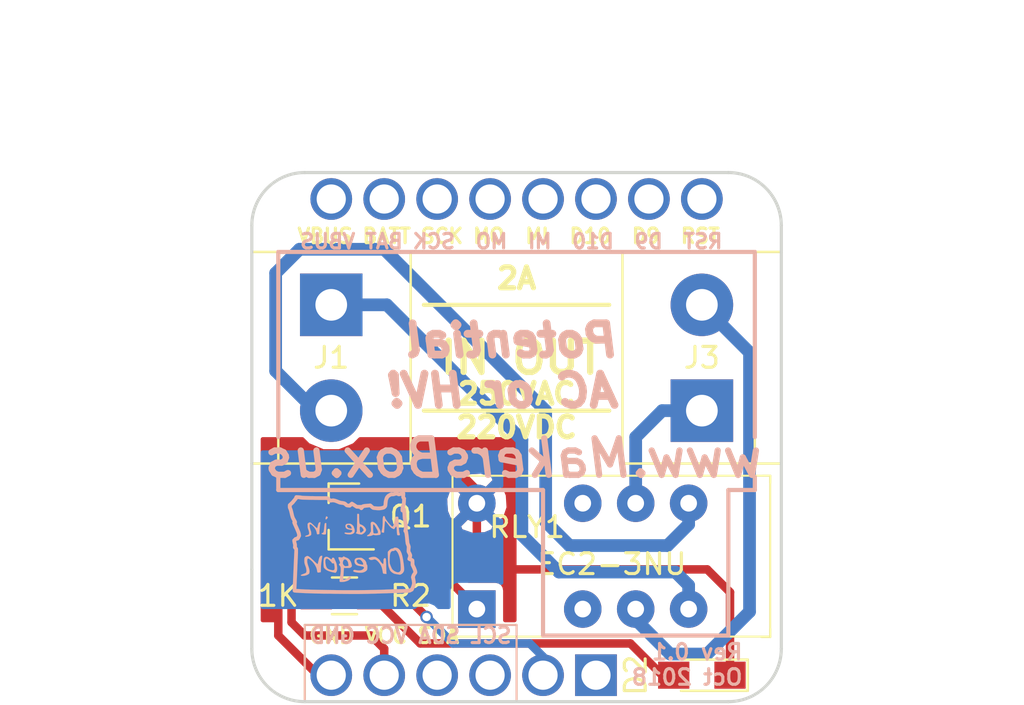
<source format=kicad_pcb>
(kicad_pcb (version 4) (host pcbnew 4.0.7)

  (general
    (links 11)
    (no_connects 0)
    (area 123.114999 92.634999 148.665001 118.185001)
    (thickness 1.6)
    (drawings 32)
    (tracks 64)
    (zones 0)
    (modules 9)
    (nets 23)
  )

  (page A)
  (title_block
    (title "Beetje 32U4 Blok")
    (date 2018-08-10)
    (rev 0.0)
    (company www.MakersBox.us)
    (comment 1 648.ken@gmail.com)
  )

  (layers
    (0 F.Cu signal hide)
    (31 B.Cu signal hide)
    (32 B.Adhes user)
    (33 F.Adhes user)
    (34 B.Paste user)
    (35 F.Paste user)
    (36 B.SilkS user hide)
    (37 F.SilkS user)
    (38 B.Mask user)
    (39 F.Mask user)
    (40 Dwgs.User user)
    (41 Cmts.User user)
    (42 Eco1.User user)
    (43 Eco2.User user)
    (44 Edge.Cuts user)
    (45 Margin user)
    (46 B.CrtYd user)
    (47 F.CrtYd user)
    (48 B.Fab user)
    (49 F.Fab user)
  )

  (setup
    (last_trace_width 0.4064)
    (user_trace_width 0.3048)
    (user_trace_width 0.4064)
    (user_trace_width 0.6096)
    (trace_clearance 0.2)
    (zone_clearance 0.35)
    (zone_45_only no)
    (trace_min 0.2)
    (segment_width 0.2)
    (edge_width 0.15)
    (via_size 0.6)
    (via_drill 0.4)
    (via_min_size 0.4)
    (via_min_drill 0.3)
    (uvia_size 0.3)
    (uvia_drill 0.1)
    (uvias_allowed no)
    (uvia_min_size 0.2)
    (uvia_min_drill 0.1)
    (pcb_text_width 0.3)
    (pcb_text_size 1.5 1.5)
    (mod_edge_width 0.15)
    (mod_text_size 1 1)
    (mod_text_width 0.15)
    (pad_size 2 2)
    (pad_drill 1.4)
    (pad_to_mask_clearance 0)
    (aux_axis_origin 0 0)
    (visible_elements 7FFFFFFF)
    (pcbplotparams
      (layerselection 0x00030_80000001)
      (usegerberextensions false)
      (excludeedgelayer true)
      (linewidth 0.100000)
      (plotframeref false)
      (viasonmask false)
      (mode 1)
      (useauxorigin false)
      (hpglpennumber 1)
      (hpglpenspeed 20)
      (hpglpendiameter 15)
      (hpglpenoverlay 2)
      (psnegative false)
      (psa4output false)
      (plotreference true)
      (plotvalue true)
      (plotinvisibletext false)
      (padsonsilk false)
      (subtractmaskfromsilk false)
      (outputformat 1)
      (mirror false)
      (drillshape 1)
      (scaleselection 1)
      (outputdirectory ""))
  )

  (net 0 "")
  (net 1 GND)
  (net 2 VBUS)
  (net 3 +BATT)
  (net 4 /D10)
  (net 5 /D9)
  (net 6 /SCL)
  (net 7 /SDA)
  (net 8 /A0)
  (net 9 /SCK)
  (net 10 /MOSI)
  (net 11 /MISO)
  (net 12 /~RESET)
  (net 13 VCC)
  (net 14 /D6)
  (net 15 "Net-(D2-Pad2)")
  (net 16 "Net-(J1-Pad2)")
  (net 17 "Net-(J1-Pad1)")
  (net 18 "Net-(J3-Pad2)")
  (net 19 "Net-(J3-Pad1)")
  (net 20 "Net-(Q1-Pad2)")
  (net 21 "Net-(RLY1-Pad10)")
  (net 22 "Net-(RLY1-Pad3)")

  (net_class Default "This is the default net class."
    (clearance 0.2)
    (trace_width 0.25)
    (via_dia 0.6)
    (via_drill 0.4)
    (uvia_dia 0.3)
    (uvia_drill 0.1)
    (add_net +BATT)
    (add_net /A0)
    (add_net /D10)
    (add_net /D6)
    (add_net /D9)
    (add_net /MISO)
    (add_net /MOSI)
    (add_net /SCK)
    (add_net /SCL)
    (add_net /SDA)
    (add_net /~RESET)
    (add_net GND)
    (add_net "Net-(D2-Pad2)")
    (add_net "Net-(J1-Pad1)")
    (add_net "Net-(J1-Pad2)")
    (add_net "Net-(J3-Pad1)")
    (add_net "Net-(J3-Pad2)")
    (add_net "Net-(Q1-Pad2)")
    (add_net "Net-(RLY1-Pad10)")
    (add_net "Net-(RLY1-Pad3)")
    (add_net VBUS)
    (add_net VCC)
  )

  (module footprints:Relay_THT_EC2 (layer F.Cu) (tedit 5BB797EB) (tstamp 5BA4773C)
    (at 133.985 108.585)
    (path /5BA468C1)
    (fp_text reference RLY1 (at 2.413 1.143) (layer F.SilkS)
      (effects (font (size 1 1) (thickness 0.15)))
    )
    (fp_text value EC2-3NU (at 6.477 2.921) (layer F.SilkS)
      (effects (font (size 1 1) (thickness 0.15)))
    )
    (fp_line (start -1.1684 -1.3208) (end -1.1684 6.4008) (layer F.SilkS) (width 0.1))
    (fp_line (start -1.1684 6.4008) (end 14.0716 6.4008) (layer F.SilkS) (width 0.1))
    (fp_line (start 14.0716 6.4008) (end 14.0716 -1.3208) (layer F.SilkS) (width 0.1))
    (fp_line (start 14.0716 -1.3208) (end -1.1684 -1.3208) (layer F.SilkS) (width 0.1))
    (fp_line (start -1.05 -1.225) (end -1.05 6.29) (layer F.Fab) (width 0.1))
    (fp_line (start 13.95 -1.225) (end -1.05 -1.225) (layer F.Fab) (width 0.1))
    (fp_line (start -0.85 6.4) (end -1.175 6.4) (layer F.SilkS) (width 0.1))
    (fp_line (start -1.175 6.4) (end -1.175 6.125) (layer F.SilkS) (width 0.1))
    (fp_line (start 13.95 6.29) (end -1.05 6.29) (layer F.Fab) (width 0.1))
    (fp_line (start 14.075 6.025) (end 14.075 6.425) (layer F.SilkS) (width 0.1))
    (fp_line (start 14.075 6.425) (end 13.65 6.425) (layer F.SilkS) (width 0.1))
    (fp_line (start 13.7 -1.325) (end 14.075 -1.325) (layer F.SilkS) (width 0.1))
    (fp_line (start 14.075 -1.325) (end 14.075 -0.975) (layer F.SilkS) (width 0.1))
    (fp_line (start -1.3 -1.46) (end -1.3 6.54) (layer F.CrtYd) (width 0.05))
    (fp_line (start 14.2 6.54) (end -1.3 6.54) (layer F.CrtYd) (width 0.05))
    (fp_line (start 14.2 -1.46) (end 14.2 6.54) (layer F.CrtYd) (width 0.05))
    (fp_line (start -1.3 -1.46) (end 14.2 -1.46) (layer F.CrtYd) (width 0.05))
    (fp_text user %R (at 6.075 2.55) (layer F.Fab)
      (effects (font (size 1 1) (thickness 0.15)))
    )
    (fp_line (start 13.95 -1.21) (end 13.95 6.29) (layer F.Fab) (width 0.1))
    (pad 12 thru_hole circle (at 0 0) (size 1.8 1.8) (drill 0.8) (layers *.Cu *.Mask)
      (net 1 GND))
    (pad 10 thru_hole circle (at 5.08 0) (size 1.8 1.8) (drill 0.8) (layers *.Cu *.Mask)
      (net 21 "Net-(RLY1-Pad10)"))
    (pad 9 thru_hole circle (at 7.62 0) (size 1.8 1.8) (drill 0.8) (layers *.Cu *.Mask)
      (net 19 "Net-(J3-Pad1)"))
    (pad 8 thru_hole circle (at 10.16 0) (size 1.8 1.8) (drill 0.8) (layers *.Cu *.Mask)
      (net 16 "Net-(J1-Pad2)"))
    (pad 5 thru_hole circle (at 10.16 5.08) (size 1.8 1.8) (drill 0.8) (layers *.Cu *.Mask)
      (net 17 "Net-(J1-Pad1)"))
    (pad 4 thru_hole circle (at 7.62 5.08) (size 1.8 1.8) (drill 0.8) (layers *.Cu *.Mask)
      (net 18 "Net-(J3-Pad2)"))
    (pad 3 thru_hole circle (at 5.08 5.08) (size 1.8 1.8) (drill 0.8) (layers *.Cu *.Mask)
      (net 22 "Net-(RLY1-Pad3)"))
    (pad 1 thru_hole rect (at 0 5.08) (size 1.8 1.8) (drill 0.8) (layers *.Cu *.Mask)
      (net 20 "Net-(Q1-Pad2)"))
  )

  (module footprints:Beetje_Top (layer F.Cu) (tedit 5B9833E2) (tstamp 5B948C24)
    (at 144.78 93.98 270)
    (descr "Through hole straight pin header, 1x08, 2.54mm pitch, single row")
    (tags "Through hole pin header THT 1x08 2.54mm single row")
    (path /5B6D51CD)
    (fp_text reference J4 (at -2.286 0.127 360) (layer F.SilkS) hide
      (effects (font (size 1 1) (thickness 0.15)))
    )
    (fp_text value Beetje_Top (at -2.413 14.605 360) (layer F.Fab)
      (effects (font (size 1 1) (thickness 0.15)))
    )
    (fp_text user "RST  D9  D10  MI  MO  SCK BAT VBUS" (at 2.032 9.144 360) (layer B.SilkS)
      (effects (font (size 0.7 0.675) (thickness 0.15)) (justify mirror))
    )
    (fp_text user "VBUS BATT SCK MO  MI  D10  D9  RST" (at 1.778 9.271 360) (layer F.SilkS)
      (effects (font (size 0.7 0.675) (thickness 0.15)))
    )
    (fp_line (start -0.635 -1.27) (end 1.27 -1.27) (layer F.Fab) (width 0.1))
    (fp_line (start 1.27 -1.27) (end 1.27 19.05) (layer F.Fab) (width 0.1))
    (fp_line (start 1.27 19.05) (end -1.27 19.05) (layer F.Fab) (width 0.1))
    (fp_line (start -1.27 19.05) (end -1.27 -0.635) (layer F.Fab) (width 0.1))
    (fp_line (start -1.27 -0.635) (end -0.635 -1.27) (layer F.Fab) (width 0.1))
    (fp_line (start -1.8 -1.8) (end -1.8 19.55) (layer F.CrtYd) (width 0.05))
    (fp_line (start -1.8 19.55) (end 1.8 19.55) (layer F.CrtYd) (width 0.05))
    (fp_line (start 1.8 19.55) (end 1.8 -1.8) (layer F.CrtYd) (width 0.05))
    (fp_line (start 1.8 -1.8) (end -1.8 -1.8) (layer F.CrtYd) (width 0.05))
    (fp_text user %R (at 0 8.89 360) (layer F.Fab)
      (effects (font (size 1 1) (thickness 0.15)))
    )
    (pad 1 thru_hole circle (at 0 0 270) (size 2 2) (drill 1.4) (layers *.Cu *.Mask)
      (net 12 /~RESET))
    (pad 2 thru_hole oval (at 0 2.54 270) (size 2 2) (drill 1.4) (layers *.Cu *.Mask)
      (net 5 /D9))
    (pad 3 thru_hole oval (at 0 5.08 270) (size 2 2) (drill 1.4) (layers *.Cu *.Mask)
      (net 4 /D10))
    (pad 4 thru_hole oval (at 0 7.62 270) (size 2 2) (drill 1.4) (layers *.Cu *.Mask)
      (net 11 /MISO))
    (pad 5 thru_hole circle (at 0 10.16 270) (size 2 2) (drill 1.4) (layers *.Cu *.Mask)
      (net 10 /MOSI))
    (pad 6 thru_hole circle (at 0 12.7 270) (size 2 2) (drill 1.4) (layers *.Cu *.Mask)
      (net 9 /SCK))
    (pad 7 thru_hole circle (at 0 15.24 270) (size 2 2) (drill 1.4) (layers *.Cu *.Mask)
      (net 3 +BATT))
    (pad 8 thru_hole circle (at 0 17.78 270) (size 2 2) (drill 1.4) (layers *.Cu *.Mask)
      (net 2 VBUS))
  )

  (module footprints:Beetje_Bottom (layer F.Cu) (tedit 5BB7B5A9) (tstamp 5B948C0F)
    (at 139.7 116.84 270)
    (descr "Through hole straight pin header, 1x06, 2.54mm pitch, single row")
    (tags "Through hole pin header THT 1x06 2.54mm single row")
    (path /5B6D5224)
    (fp_text reference J2 (at 2.286 -1.27 360) (layer F.SilkS) hide
      (effects (font (size 1 1) (thickness 0.15)))
    )
    (fp_text value Beetje_Bottom (at 2.286 9.525 360) (layer F.Fab)
      (effects (font (size 1 1) (thickness 0.15)))
    )
    (fp_line (start 1.27 13.97) (end -2.413 13.97) (layer B.SilkS) (width 0.1))
    (fp_line (start -2.413 13.97) (end -2.413 3.81) (layer B.SilkS) (width 0.1))
    (fp_line (start -2.413 3.81) (end 1.27 3.81) (layer B.SilkS) (width 0.1))
    (fp_line (start 1.143 13.97) (end -2.413 13.97) (layer F.SilkS) (width 0.1))
    (fp_line (start -2.413 13.97) (end -2.413 3.81) (layer F.SilkS) (width 0.1))
    (fp_line (start -2.413 3.81) (end 1.143 3.81) (layer F.SilkS) (width 0.1))
    (fp_text user "SCL SDA VCC GND" (at -1.905 8.89 360) (layer B.SilkS)
      (effects (font (size 0.75 0.7) (thickness 0.15)) (justify mirror))
    )
    (fp_text user "GND VCC SDA" (at -1.905 10.16 360) (layer F.SilkS)
      (effects (font (size 0.75 0.7) (thickness 0.15)))
    )
    (fp_line (start -0.635 -1.27) (end 1.27 -1.27) (layer F.Fab) (width 0.1))
    (fp_line (start 1.27 -1.27) (end 1.27 13.97) (layer F.Fab) (width 0.1))
    (fp_line (start 1.27 13.97) (end -1.27 13.97) (layer F.Fab) (width 0.1))
    (fp_line (start -1.27 13.97) (end -1.27 -0.635) (layer F.Fab) (width 0.1))
    (fp_line (start -1.27 -0.635) (end -0.635 -1.27) (layer F.Fab) (width 0.1))
    (fp_line (start -1.8 -1.8) (end -1.8 14.5) (layer F.CrtYd) (width 0.05))
    (fp_line (start -1.8 14.5) (end 1.8 14.5) (layer F.CrtYd) (width 0.05))
    (fp_line (start 1.8 14.5) (end 1.8 -1.8) (layer F.CrtYd) (width 0.05))
    (fp_line (start 1.8 -1.8) (end -1.8 -1.8) (layer F.CrtYd) (width 0.05))
    (fp_text user %R (at 0 6.35 360) (layer F.Fab)
      (effects (font (size 1 1) (thickness 0.15)))
    )
    (pad 1 thru_hole rect (at 0 0 270) (size 2 2) (drill 1.4) (layers *.Cu *.Mask)
      (net 8 /A0))
    (pad 2 thru_hole oval (at 0 2.54 270) (size 2 2) (drill 1.4) (layers *.Cu *.Mask)
      (net 14 /D6))
    (pad 3 thru_hole oval (at 0 5.08 270) (size 2 2) (drill 1.4) (layers *.Cu *.Mask)
      (net 6 /SCL))
    (pad 4 thru_hole oval (at 0 7.62 270) (size 2 2) (drill 1.4) (layers *.Cu *.Mask)
      (net 7 /SDA))
    (pad 5 thru_hole oval (at 0 10.16 270) (size 2 2) (drill 1.4) (layers *.Cu *.Mask)
      (net 13 VCC))
    (pad 6 thru_hole oval (at 0 12.7 270) (size 2 2) (drill 1.4) (layers *.Cu *.Mask)
      (net 1 GND))
  )

  (module footprints:MadeInOregonRev25 (layer F.Cu) (tedit 5B7EDC92) (tstamp 5BA46FBA)
    (at 128.016 110.49)
    (fp_text reference VAL (at 0 0) (layer F.SilkS) hide
      (effects (font (size 1.143 1.143) (thickness 0.1778)))
    )
    (fp_text value MadeInOregonRev25 (at 0 0) (layer F.SilkS) hide
      (effects (font (size 0.5 0.5) (thickness 0.125)))
    )
    (fp_poly (pts (xy -3.09626 -1.76022) (xy -3.09626 -1.72212) (xy -3.09372 -1.69672) (xy -3.09118 -1.67386)
      (xy -3.0861 -1.65608) (xy -3.07594 -1.63576) (xy -3.0734 -1.62814) (xy -3.0607 -1.6002)
      (xy -3.05054 -1.5748) (xy -3.04038 -1.54432) (xy -3.03022 -1.50876) (xy -3.02006 -1.46304)
      (xy -3.00736 -1.4097) (xy -3.00228 -1.39192) (xy -2.98704 -1.31826) (xy -2.96926 -1.2573)
      (xy -2.95402 -1.20396) (xy -2.9337 -1.15824) (xy -2.91338 -1.1176) (xy -2.91338 -1.74752)
      (xy -2.91338 -1.76276) (xy -2.91084 -1.77546) (xy -2.90322 -1.78816) (xy -2.89052 -1.8034)
      (xy -2.86766 -1.82118) (xy -2.8575 -1.83134) (xy -2.82956 -1.8542) (xy -2.80416 -1.8796)
      (xy -2.78638 -1.90246) (xy -2.77876 -1.91008) (xy -2.76606 -1.92786) (xy -2.74574 -1.95326)
      (xy -2.72034 -1.98374) (xy -2.69494 -2.01422) (xy -2.6924 -2.01676) (xy -2.66954 -2.0447)
      (xy -2.64922 -2.0701) (xy -2.63652 -2.08788) (xy -2.6289 -2.09804) (xy -2.6289 -2.10058)
      (xy -2.62382 -2.10566) (xy -2.60604 -2.10566) (xy -2.58064 -2.10566) (xy -2.55016 -2.10058)
      (xy -2.51968 -2.0955) (xy -2.50952 -2.09296) (xy -2.49682 -2.09042) (xy -2.48412 -2.08534)
      (xy -2.46888 -2.08534) (xy -2.4511 -2.0828) (xy -2.4257 -2.08026) (xy -2.39268 -2.07772)
      (xy -2.35458 -2.07772) (xy -2.30632 -2.07518) (xy -2.2479 -2.07518) (xy -2.17678 -2.07264)
      (xy -2.09296 -2.0701) (xy -2.03962 -2.0701) (xy -1.95326 -2.06756) (xy -1.8669 -2.06756)
      (xy -1.78054 -2.06502) (xy -1.69672 -2.06502) (xy -1.61798 -2.06248) (xy -1.54686 -2.06248)
      (xy -1.48336 -2.06248) (xy -1.4351 -2.06248) (xy -1.4224 -2.06248) (xy -1.22936 -2.06248)
      (xy -1.1684 -2.00152) (xy -1.10744 -1.9431) (xy -1.0668 -1.9431) (xy -1.03886 -1.9431)
      (xy -1.0033 -1.94564) (xy -0.97536 -1.95072) (xy -0.94234 -1.95326) (xy -0.91186 -1.95072)
      (xy -0.87884 -1.94564) (xy -0.8382 -1.93548) (xy -0.79248 -1.9177) (xy -0.7366 -1.89484)
      (xy -0.72136 -1.88976) (xy -0.67818 -1.86944) (xy -0.64516 -1.85674) (xy -0.61722 -1.84912)
      (xy -0.59182 -1.84404) (xy -0.56388 -1.83896) (xy -0.5461 -1.83642) (xy -0.50038 -1.83134)
      (xy -0.46482 -1.82626) (xy -0.43688 -1.81864) (xy -0.41656 -1.80848) (xy -0.39624 -1.79578)
      (xy -0.37592 -1.77546) (xy -0.37338 -1.77292) (xy -0.35052 -1.7526) (xy -0.32512 -1.73482)
      (xy -0.30734 -1.72212) (xy -0.30734 -1.72212) (xy -0.28702 -1.71704) (xy -0.25654 -1.71196)
      (xy -0.22098 -1.70434) (xy -0.18288 -1.7018) (xy -0.14986 -1.69672) (xy -0.12446 -1.69672)
      (xy -0.10922 -1.69926) (xy -0.09652 -1.70688) (xy -0.07366 -1.71958) (xy -0.05334 -1.73736)
      (xy -0.03048 -1.75768) (xy -0.01524 -1.7653) (xy -0.00508 -1.76784) (xy 0 -1.7653)
      (xy 0.01016 -1.75768) (xy 0.03048 -1.74498) (xy 0.05842 -1.7272) (xy 0.0889 -1.70688)
      (xy 0.09652 -1.7018) (xy 0.18288 -1.64846) (xy 0.25908 -1.64592) (xy 0.29464 -1.64338)
      (xy 0.3175 -1.64084) (xy 0.3302 -1.6383) (xy 0.34036 -1.63322) (xy 0.34544 -1.6256)
      (xy 0.34798 -1.62052) (xy 0.3683 -1.59766) (xy 0.39624 -1.58242) (xy 0.42672 -1.5748)
      (xy 0.4318 -1.5748) (xy 0.45974 -1.58242) (xy 0.48768 -1.6002) (xy 0.51562 -1.63068)
      (xy 0.52578 -1.64338) (xy 0.53848 -1.65608) (xy 0.5461 -1.66624) (xy 0.55626 -1.67386)
      (xy 0.56896 -1.68148) (xy 0.58928 -1.68402) (xy 0.61468 -1.6891) (xy 0.65278 -1.69418)
      (xy 0.70104 -1.69672) (xy 0.71628 -1.69926) (xy 0.8255 -1.70942) (xy 0.85598 -1.68148)
      (xy 0.89154 -1.64846) (xy 0.9271 -1.62306) (xy 0.95758 -1.60274) (xy 0.96774 -1.59766)
      (xy 0.9906 -1.59258) (xy 1.02362 -1.5875) (xy 1.0668 -1.58242) (xy 1.11252 -1.57734)
      (xy 1.16332 -1.57226) (xy 1.21158 -1.56972) (xy 1.2573 -1.56972) (xy 1.25984 -1.56972)
      (xy 1.3081 -1.56972) (xy 1.35128 -1.5748) (xy 1.39446 -1.57988) (xy 1.44272 -1.59004)
      (xy 1.48844 -1.6002) (xy 1.52146 -1.61036) (xy 1.54686 -1.62306) (xy 1.56972 -1.63576)
      (xy 1.59258 -1.65608) (xy 1.61798 -1.68148) (xy 1.63576 -1.7018) (xy 1.651 -1.72212)
      (xy 1.65862 -1.74498) (xy 1.66624 -1.77292) (xy 1.67386 -1.80848) (xy 1.6764 -1.85166)
      (xy 1.68148 -1.90246) (xy 1.6891 -1.9812) (xy 1.7018 -2.04978) (xy 1.72212 -2.10566)
      (xy 1.74752 -2.15138) (xy 1.75006 -2.15646) (xy 1.77546 -2.18186) (xy 1.81356 -2.2098)
      (xy 1.82626 -2.21742) (xy 1.8542 -2.23012) (xy 1.87706 -2.24028) (xy 1.89484 -2.24282)
      (xy 1.9177 -2.24282) (xy 1.92024 -2.24282) (xy 1.95834 -2.24282) (xy 2.00152 -2.25044)
      (xy 2.032 -2.25806) (xy 2.0701 -2.27076) (xy 2.09804 -2.27584) (xy 2.11582 -2.27838)
      (xy 2.13106 -2.2733) (xy 2.1463 -2.26822) (xy 2.15392 -2.26314) (xy 2.1844 -2.2479)
      (xy 2.22758 -2.24282) (xy 2.27584 -2.2479) (xy 2.29108 -2.25298) (xy 2.31394 -2.25806)
      (xy 2.33426 -2.26314) (xy 2.34188 -2.26314) (xy 2.34188 -2.25806) (xy 2.34442 -2.23774)
      (xy 2.34442 -2.21488) (xy 2.34442 -2.21234) (xy 2.34442 -2.1844) (xy 2.34696 -2.16408)
      (xy 2.35204 -2.1463) (xy 2.36474 -2.12852) (xy 2.3876 -2.0955) (xy 2.37998 -1.97612)
      (xy 2.37744 -1.9304) (xy 2.37236 -1.89738) (xy 2.36982 -1.87198) (xy 2.36474 -1.8542)
      (xy 2.35966 -1.83896) (xy 2.35204 -1.82372) (xy 2.34696 -1.8161) (xy 2.33172 -1.78562)
      (xy 2.3241 -1.75768) (xy 2.3241 -1.73736) (xy 2.32156 -1.70942) (xy 2.31902 -1.68656)
      (xy 2.31648 -1.67894) (xy 2.31394 -1.66116) (xy 2.30886 -1.63576) (xy 2.30886 -1.60274)
      (xy 2.30886 -1.59004) (xy 2.30886 -1.55702) (xy 2.30886 -1.5367) (xy 2.31394 -1.52146)
      (xy 2.32156 -1.5113) (xy 2.33172 -1.4986) (xy 2.33426 -1.49606) (xy 2.35458 -1.48082)
      (xy 2.3749 -1.4732) (xy 2.37744 -1.47066) (xy 2.3876 -1.47066) (xy 2.39268 -1.46558)
      (xy 2.39776 -1.45034) (xy 2.4003 -1.42494) (xy 2.40284 -1.39192) (xy 2.40538 -1.35382)
      (xy 2.40538 -1.33096) (xy 2.40792 -1.28778) (xy 2.413 -1.2319) (xy 2.42062 -1.16078)
      (xy 2.43332 -1.07442) (xy 2.4511 -0.97536) (xy 2.4511 -0.96774) (xy 2.45872 -0.92456)
      (xy 2.4638 -0.88392) (xy 2.46888 -0.85344) (xy 2.47142 -0.83058) (xy 2.47396 -0.82296)
      (xy 2.47396 -0.81026) (xy 2.47142 -0.7874) (xy 2.47142 -0.75692) (xy 2.46888 -0.72644)
      (xy 2.46888 -0.69342) (xy 2.46634 -0.66294) (xy 2.4638 -0.64262) (xy 2.46126 -0.635)
      (xy 2.4511 -0.6096) (xy 2.44856 -0.57912) (xy 2.4511 -0.54864) (xy 2.46126 -0.52324)
      (xy 2.4765 -0.51054) (xy 2.48412 -0.49784) (xy 2.49174 -0.47244) (xy 2.5019 -0.4318)
      (xy 2.50952 -0.37592) (xy 2.51968 -0.30734) (xy 2.5273 -0.2286) (xy 2.53238 -0.16764)
      (xy 2.53746 -0.1143) (xy 2.54254 -0.0635) (xy 2.54762 -0.02032) (xy 2.5527 0.01524)
      (xy 2.55524 0.04064) (xy 2.55778 0.05334) (xy 2.56794 0.07366) (xy 2.5781 0.1016)
      (xy 2.58826 0.127) (xy 2.59588 0.14732) (xy 2.6035 0.16256) (xy 2.60604 0.18034)
      (xy 2.60858 0.20066) (xy 2.60858 0.22606) (xy 2.60604 0.25908) (xy 2.6035 0.3048)
      (xy 2.6035 0.32512) (xy 2.60096 0.37084) (xy 2.60096 0.4064) (xy 2.60604 0.43434)
      (xy 2.61366 0.45974) (xy 2.62636 0.48768) (xy 2.64668 0.5207) (xy 2.66446 0.5588)
      (xy 2.67462 0.58674) (xy 2.6797 0.61468) (xy 2.67462 0.64262) (xy 2.66446 0.68072)
      (xy 2.65938 0.69088) (xy 2.64668 0.72898) (xy 2.63906 0.75946) (xy 2.63906 0.77978)
      (xy 2.6416 0.79756) (xy 2.64922 0.8128) (xy 2.64922 0.81534) (xy 2.66446 0.83058)
      (xy 2.68986 0.84836) (xy 2.72034 0.86614) (xy 2.75336 0.87884) (xy 2.77368 0.88646)
      (xy 2.794 0.89154) (xy 2.794 0.98044) (xy 2.794 1.07188) (xy 2.82448 1.13538)
      (xy 2.8575 1.20396) (xy 2.8829 1.26238) (xy 2.90322 1.31064) (xy 2.91592 1.3462)
      (xy 2.921 1.36652) (xy 2.92354 1.3843) (xy 2.92354 1.39954) (xy 2.91592 1.41478)
      (xy 2.90068 1.4351) (xy 2.90068 1.43764) (xy 2.87274 1.47828) (xy 2.84988 1.51638)
      (xy 2.8321 1.5621) (xy 2.82448 1.59004) (xy 2.80924 1.64338) (xy 2.8321 1.74244)
      (xy 2.84734 1.80848) (xy 2.85496 1.86182) (xy 2.86004 1.90754) (xy 2.86004 1.94818)
      (xy 2.85242 1.98628) (xy 2.84226 2.02438) (xy 2.84226 2.02438) (xy 2.82702 2.06756)
      (xy 2.81432 2.10566) (xy 2.79908 2.13868) (xy 2.78892 2.16154) (xy 2.77876 2.1717)
      (xy 2.77876 2.17424) (xy 2.7686 2.17678) (xy 2.74828 2.1844) (xy 2.74066 2.18948)
      (xy 2.7178 2.1971) (xy 2.68224 2.20472) (xy 2.63398 2.2098) (xy 2.57302 2.21234)
      (xy 2.49682 2.21488) (xy 2.40792 2.21742) (xy 2.30632 2.21742) (xy 2.29616 2.21742)
      (xy 2.24028 2.21996) (xy 2.17424 2.21996) (xy 2.10058 2.2225) (xy 2.02184 2.2225)
      (xy 1.9431 2.22504) (xy 1.86944 2.23012) (xy 1.84912 2.23012) (xy 1.6129 2.23774)
      (xy 1.38684 2.2479) (xy 1.16332 2.25298) (xy 0.9398 2.25806) (xy 0.71882 2.26314)
      (xy 0.4953 2.26568) (xy 0.26924 2.26822) (xy 0.03556 2.26822) (xy -0.2032 2.26822)
      (xy -0.45466 2.26822) (xy -0.71628 2.26568) (xy -0.84836 2.26314) (xy -1.03378 2.2606)
      (xy -1.20396 2.25806) (xy -1.36144 2.25552) (xy -1.50622 2.25298) (xy -1.64084 2.25044)
      (xy -1.7653 2.2479) (xy -1.88214 2.24536) (xy -1.98882 2.24282) (xy -2.08788 2.23774)
      (xy -2.17932 2.2352) (xy -2.26822 2.23266) (xy -2.35204 2.22758) (xy -2.39776 2.22504)
      (xy -2.46126 2.2225) (xy -2.51968 2.21742) (xy -2.57302 2.21488) (xy -2.61874 2.21234)
      (xy -2.65176 2.2098) (xy -2.67462 2.2098) (xy -2.68732 2.2098) (xy -2.68732 2.2098)
      (xy -2.68732 2.20218) (xy -2.68478 2.17932) (xy -2.68478 2.1463) (xy -2.68224 2.09804)
      (xy -2.6797 2.03962) (xy -2.67716 1.97104) (xy -2.67208 1.8923) (xy -2.66954 1.80594)
      (xy -2.66446 1.70942) (xy -2.65938 1.60782) (xy -2.65684 1.50114) (xy -2.65176 1.38684)
      (xy -2.64414 1.27) (xy -2.64414 1.25476) (xy -2.63906 1.11506) (xy -2.63398 0.98806)
      (xy -2.6289 0.87376) (xy -2.62382 0.77216) (xy -2.61874 0.68326) (xy -2.6162 0.60452)
      (xy -2.61366 0.53848) (xy -2.61112 0.47752) (xy -2.61112 0.42926) (xy -2.61112 0.38608)
      (xy -2.61112 0.35306) (xy -2.61112 0.32258) (xy -2.61112 0.29972) (xy -2.61366 0.28194)
      (xy -2.6162 0.2667) (xy -2.61874 0.25654) (xy -2.62128 0.24638) (xy -2.62636 0.23876)
      (xy -2.63144 0.23368) (xy -2.63652 0.22606) (xy -2.6416 0.21844) (xy -2.6543 0.2032)
      (xy -2.66192 0.18796) (xy -2.66446 0.17272) (xy -2.66192 0.14732) (xy -2.66192 0.13716)
      (xy -2.66192 0.1016) (xy -2.66446 0.06858) (xy -2.67462 0.02794) (xy -2.67462 0.0254)
      (xy -2.68732 -0.01778) (xy -2.69494 -0.04826) (xy -2.69748 -0.07112) (xy -2.69748 -0.08382)
      (xy -2.69494 -0.09398) (xy -2.68732 -0.09906) (xy -2.68732 -0.1016) (xy -2.66954 -0.10668)
      (xy -2.64668 -0.1143) (xy -2.63652 -0.1143) (xy -2.60858 -0.12192) (xy -2.58572 -0.13208)
      (xy -2.5654 -0.14732) (xy -2.54762 -0.17018) (xy -2.52476 -0.20574) (xy -2.50698 -0.2413)
      (xy -2.4638 -0.3302) (xy -2.47142 -0.40894) (xy -2.4765 -0.43942) (xy -2.48158 -0.46736)
      (xy -2.4892 -0.49276) (xy -2.49682 -0.5207) (xy -2.50952 -0.55626) (xy -2.52984 -0.59944)
      (xy -2.53492 -0.61214) (xy -2.55524 -0.66294) (xy -2.5781 -0.71374) (xy -2.60096 -0.76708)
      (xy -2.62128 -0.8128) (xy -2.63144 -0.83058) (xy -2.64668 -0.86868) (xy -2.65938 -0.89662)
      (xy -2.667 -0.91694) (xy -2.66954 -0.92964) (xy -2.667 -0.9398) (xy -2.667 -0.94996)
      (xy -2.65938 -0.97536) (xy -2.65938 -1.00584) (xy -2.66954 -1.03886) (xy -2.68732 -1.0795)
      (xy -2.71272 -1.12776) (xy -2.71526 -1.1303) (xy -2.73812 -1.17094) (xy -2.75844 -1.2065)
      (xy -2.77368 -1.23698) (xy -2.78384 -1.26746) (xy -2.79654 -1.30048) (xy -2.8067 -1.34112)
      (xy -2.81686 -1.38684) (xy -2.82702 -1.43256) (xy -2.84226 -1.49606) (xy -2.85496 -1.54686)
      (xy -2.86512 -1.5875) (xy -2.87528 -1.62052) (xy -2.88544 -1.64846) (xy -2.89306 -1.67132)
      (xy -2.90068 -1.68148) (xy -2.9083 -1.70942) (xy -2.91338 -1.7399) (xy -2.91338 -1.74752)
      (xy -2.91338 -1.1176) (xy -2.91084 -1.11506) (xy -2.90576 -1.09982) (xy -2.88798 -1.07188)
      (xy -2.87782 -1.04902) (xy -2.87274 -1.03632) (xy -2.87274 -1.02616) (xy -2.87782 -1.016)
      (xy -2.88036 -0.99822) (xy -2.8829 -0.98044) (xy -2.87782 -0.95758) (xy -2.8702 -0.92964)
      (xy -2.85496 -0.89408) (xy -2.83464 -0.84582) (xy -2.8194 -0.81534) (xy -2.78384 -0.73406)
      (xy -2.74828 -0.65786) (xy -2.72034 -0.58928) (xy -2.69494 -0.52832) (xy -2.67462 -0.47752)
      (xy -2.66192 -0.43688) (xy -2.6543 -0.40894) (xy -2.6543 -0.4064) (xy -2.64922 -0.37846)
      (xy -2.65176 -0.36068) (xy -2.65684 -0.34036) (xy -2.66446 -0.32766) (xy -2.67462 -0.30734)
      (xy -2.68732 -0.29464) (xy -2.70256 -0.28702) (xy -2.72542 -0.28194) (xy -2.73812 -0.2794)
      (xy -2.75336 -0.27686) (xy -2.77114 -0.2667) (xy -2.78892 -0.25146) (xy -2.81686 -0.22606)
      (xy -2.82448 -0.2159) (xy -2.84988 -0.1905) (xy -2.86766 -0.17272) (xy -2.87782 -0.16002)
      (xy -2.8829 -0.14732) (xy -2.8829 -0.13208) (xy -2.8829 -0.12192) (xy -2.88036 -0.06858)
      (xy -2.86766 -0.00762) (xy -2.85242 0.05588) (xy -2.8448 0.08382) (xy -2.84226 0.10668)
      (xy -2.84226 0.12954) (xy -2.8448 0.16002) (xy -2.84734 0.1651) (xy -2.84988 0.19812)
      (xy -2.84988 0.22606) (xy -2.84226 0.24892) (xy -2.82448 0.27686) (xy -2.8067 0.29972)
      (xy -2.78384 0.32766) (xy -2.82702 1.3081) (xy -2.8321 1.42748) (xy -2.83718 1.54432)
      (xy -2.84226 1.65608) (xy -2.84734 1.76276) (xy -2.84988 1.86182) (xy -2.85496 1.95326)
      (xy -2.8575 2.03708) (xy -2.86004 2.11074) (xy -2.86258 2.17424) (xy -2.86512 2.22758)
      (xy -2.86512 2.26822) (xy -2.86512 2.29616) (xy -2.86512 2.3114) (xy -2.86512 2.3114)
      (xy -2.85496 2.3368) (xy -2.83464 2.35966) (xy -2.81178 2.3749) (xy -2.8067 2.37744)
      (xy -2.794 2.37998) (xy -2.76606 2.38252) (xy -2.72796 2.38506) (xy -2.6797 2.39014)
      (xy -2.62128 2.39268) (xy -2.55778 2.39776) (xy -2.48412 2.4003) (xy -2.40792 2.40538)
      (xy -2.32664 2.40792) (xy -2.24536 2.413) (xy -2.16154 2.41554) (xy -2.08026 2.41808)
      (xy -1.99898 2.42062) (xy -1.92278 2.42316) (xy -1.85166 2.4257) (xy -1.80848 2.42824)
      (xy -1.74752 2.42824) (xy -1.67386 2.43078) (xy -1.59004 2.43078) (xy -1.4986 2.43332)
      (xy -1.397 2.43586) (xy -1.29032 2.43586) (xy -1.1811 2.4384) (xy -1.0668 2.4384)
      (xy -0.95504 2.44094) (xy -0.84582 2.44348) (xy -0.80264 2.44348) (xy -0.70104 2.44348)
      (xy -0.59944 2.44602) (xy -0.50038 2.44602) (xy -0.40386 2.44856) (xy -0.31496 2.44856)
      (xy -0.23114 2.44856) (xy -0.15748 2.4511) (xy -0.09398 2.4511) (xy -0.04064 2.4511)
      (xy 0 2.4511) (xy 0.02286 2.4511) (xy 0.05842 2.4511) (xy 0.10922 2.4511)
      (xy 0.17018 2.4511) (xy 0.2413 2.4511) (xy 0.3175 2.4511) (xy 0.39878 2.44856)
      (xy 0.4826 2.44856) (xy 0.56642 2.44602) (xy 0.60198 2.44602) (xy 0.75692 2.44348)
      (xy 0.90678 2.4384) (xy 1.0541 2.43586) (xy 1.1938 2.43078) (xy 1.32588 2.42824)
      (xy 1.45034 2.42316) (xy 1.56464 2.42062) (xy 1.66624 2.41808) (xy 1.7526 2.413)
      (xy 1.77038 2.413) (xy 1.82626 2.41046) (xy 1.8923 2.40792) (xy 1.96342 2.40792)
      (xy 2.03454 2.40538) (xy 2.10312 2.40538) (xy 2.12852 2.40538) (xy 2.19456 2.40538)
      (xy 2.26822 2.40284) (xy 2.3495 2.40284) (xy 2.42824 2.39776) (xy 2.50444 2.39522)
      (xy 2.54254 2.39522) (xy 2.75844 2.38252) (xy 2.82956 2.3495) (xy 2.86258 2.33172)
      (xy 2.88798 2.31902) (xy 2.90576 2.30632) (xy 2.91084 2.30124) (xy 2.92608 2.28092)
      (xy 2.94132 2.25044) (xy 2.96164 2.2098) (xy 2.97942 2.16662) (xy 2.9972 2.12344)
      (xy 3.01244 2.08534) (xy 3.02514 2.0447) (xy 3.03276 2.01168) (xy 3.03784 1.98628)
      (xy 3.04038 1.9558) (xy 3.04038 1.93548) (xy 3.0353 1.86182) (xy 3.0226 1.778)
      (xy 3.00736 1.70434) (xy 2.99974 1.66878) (xy 2.99974 1.64084) (xy 3.00736 1.61036)
      (xy 3.0226 1.57734) (xy 3.04546 1.53924) (xy 3.0607 1.52146) (xy 3.08356 1.4859)
      (xy 3.0988 1.4605) (xy 3.10642 1.4351) (xy 3.10896 1.4097) (xy 3.10642 1.37668)
      (xy 3.0988 1.33858) (xy 3.09118 1.3081) (xy 3.07848 1.26746) (xy 3.0607 1.22174)
      (xy 3.04038 1.1684) (xy 3.01498 1.1176) (xy 2.99466 1.07442) (xy 2.98704 1.05664)
      (xy 2.97942 1.0414) (xy 2.97688 1.02362) (xy 2.97434 1.0033) (xy 2.97434 0.97282)
      (xy 2.97434 0.93218) (xy 2.97434 0.9271) (xy 2.9718 0.87884) (xy 2.96926 0.8382)
      (xy 2.96418 0.81026) (xy 2.95148 0.7874) (xy 2.9337 0.76708) (xy 2.90576 0.7493)
      (xy 2.86766 0.72898) (xy 2.84734 0.71882) (xy 2.84734 0.7112) (xy 2.84988 0.69342)
      (xy 2.85496 0.66802) (xy 2.8575 0.6604) (xy 2.86258 0.61468) (xy 2.86258 0.5842)
      (xy 2.86258 0.57658) (xy 2.84988 0.5334) (xy 2.82956 0.48768) (xy 2.8067 0.44196)
      (xy 2.79908 0.42926) (xy 2.79146 0.41656) (xy 2.78638 0.40386) (xy 2.7813 0.38862)
      (xy 2.7813 0.37084) (xy 2.7813 0.34798) (xy 2.7813 0.3175) (xy 2.78638 0.27432)
      (xy 2.79146 0.22098) (xy 2.79146 0.21844) (xy 2.79146 0.19304) (xy 2.79146 0.16764)
      (xy 2.78384 0.1397) (xy 2.77622 0.11176) (xy 2.76352 0.07874) (xy 2.75336 0.04826)
      (xy 2.7432 0.0254) (xy 2.74066 0.02032) (xy 2.73558 0.00762) (xy 2.7305 -0.0127)
      (xy 2.72796 -0.04064) (xy 2.72288 -0.07874) (xy 2.7178 -0.12954) (xy 2.71272 -0.1905)
      (xy 2.7051 -0.25908) (xy 2.69748 -0.32512) (xy 2.68986 -0.38862) (xy 2.6797 -0.44958)
      (xy 2.67208 -0.50292) (xy 2.66446 -0.5461) (xy 2.6543 -0.57658) (xy 2.65176 -0.58674)
      (xy 2.65176 -0.60452) (xy 2.6543 -0.6223) (xy 2.65684 -0.6477) (xy 2.65176 -0.68326)
      (xy 2.65176 -0.68326) (xy 2.64668 -0.71628) (xy 2.64922 -0.75184) (xy 2.65176 -0.76962)
      (xy 2.6543 -0.79248) (xy 2.65684 -0.8128) (xy 2.6543 -0.83566) (xy 2.65176 -0.8636)
      (xy 2.64414 -0.90424) (xy 2.6416 -0.91948) (xy 2.62382 -1.01346) (xy 2.61112 -1.09982)
      (xy 2.60096 -1.1811) (xy 2.59334 -1.26238) (xy 2.58572 -1.35128) (xy 2.58064 -1.42748)
      (xy 2.5781 -1.49352) (xy 2.57302 -1.54432) (xy 2.57048 -1.58496) (xy 2.5654 -1.61544)
      (xy 2.56286 -1.6383) (xy 2.55524 -1.65608) (xy 2.54762 -1.66878) (xy 2.53746 -1.6764)
      (xy 2.52984 -1.68402) (xy 2.51714 -1.69418) (xy 2.51206 -1.70688) (xy 2.5146 -1.72466)
      (xy 2.52222 -1.75006) (xy 2.53238 -1.77546) (xy 2.53238 -1.77546) (xy 2.54 -1.78816)
      (xy 2.54254 -1.79832) (xy 2.54762 -1.81102) (xy 2.55016 -1.8288) (xy 2.5527 -1.85166)
      (xy 2.55524 -1.88214) (xy 2.55778 -1.92532) (xy 2.56286 -1.97866) (xy 2.56286 -2.0066)
      (xy 2.57302 -2.159) (xy 2.54762 -2.18948) (xy 2.52222 -2.21996) (xy 2.52984 -2.29616)
      (xy 2.53238 -2.34442) (xy 2.53238 -2.37998) (xy 2.52984 -2.40538) (xy 2.51968 -2.4257)
      (xy 2.50698 -2.44094) (xy 2.50444 -2.44348) (xy 2.4892 -2.45618) (xy 2.47142 -2.46126)
      (xy 2.44856 -2.4638) (xy 2.42062 -2.4638) (xy 2.38252 -2.45618) (xy 2.33172 -2.44602)
      (xy 2.32664 -2.44348) (xy 2.2352 -2.42316) (xy 2.19964 -2.44348) (xy 2.17424 -2.45618)
      (xy 2.15138 -2.4638) (xy 2.12344 -2.4638) (xy 2.09296 -2.45872) (xy 2.04978 -2.4511)
      (xy 2.0193 -2.44348) (xy 1.98374 -2.43332) (xy 1.9558 -2.4257) (xy 1.93802 -2.42316)
      (xy 1.92024 -2.4257) (xy 1.90754 -2.42824) (xy 1.88722 -2.43078) (xy 1.86944 -2.43078)
      (xy 1.84912 -2.42824) (xy 1.82372 -2.41808) (xy 1.79324 -2.40284) (xy 1.76022 -2.38506)
      (xy 1.71958 -2.3622) (xy 1.6891 -2.34442) (xy 1.66624 -2.32664) (xy 1.64846 -2.3114)
      (xy 1.63068 -2.29362) (xy 1.6129 -2.27076) (xy 1.59258 -2.2479) (xy 1.57734 -2.22504)
      (xy 1.56718 -2.20472) (xy 1.55702 -2.17932) (xy 1.54432 -2.1463) (xy 1.53162 -2.10312)
      (xy 1.52908 -2.09296) (xy 1.51638 -2.0447) (xy 1.50876 -2.00406) (xy 1.50368 -1.96596)
      (xy 1.4986 -1.92278) (xy 1.4986 -1.90754) (xy 1.49606 -1.86182) (xy 1.49352 -1.8288)
      (xy 1.4859 -1.80594) (xy 1.4732 -1.7907) (xy 1.45288 -1.778) (xy 1.4224 -1.77038)
      (xy 1.39446 -1.76276) (xy 1.3335 -1.7526) (xy 1.26238 -1.74752) (xy 1.18364 -1.75006)
      (xy 1.10998 -1.75768) (xy 1.03124 -1.7653) (xy 0.9652 -1.82372) (xy 0.9398 -1.84912)
      (xy 0.9144 -1.8669) (xy 0.89408 -1.88214) (xy 0.88392 -1.88722) (xy 0.86868 -1.88722)
      (xy 0.84328 -1.88722) (xy 0.80518 -1.88722) (xy 0.762 -1.88214) (xy 0.7112 -1.8796)
      (xy 0.6604 -1.87452) (xy 0.6096 -1.86944) (xy 0.56642 -1.86436) (xy 0.52324 -1.85674)
      (xy 0.49276 -1.85166) (xy 0.47244 -1.8415) (xy 0.45974 -1.83642) (xy 0.44958 -1.8288)
      (xy 0.43942 -1.82372) (xy 0.42418 -1.82118) (xy 0.40386 -1.82118) (xy 0.37592 -1.82118)
      (xy 0.33782 -1.82118) (xy 0.23622 -1.82372) (xy 0.13208 -1.8923) (xy 0.09398 -1.9177)
      (xy 0.06096 -1.93802) (xy 0.03302 -1.9558) (xy 0.0127 -1.96596) (xy 0.00508 -1.97104)
      (xy -0.02286 -1.97866) (xy -0.04826 -1.97358) (xy -0.07874 -1.95834) (xy -0.1143 -1.92786)
      (xy -0.11684 -1.92532) (xy -0.1397 -1.905) (xy -0.15748 -1.8923) (xy -0.17272 -1.88468)
      (xy -0.18796 -1.88214) (xy -0.19304 -1.88214) (xy -0.21082 -1.88468) (xy -0.22352 -1.88722)
      (xy -0.2413 -1.89992) (xy -0.26162 -1.9177) (xy -0.27178 -1.92786) (xy -0.30226 -1.95326)
      (xy -0.33528 -1.97358) (xy -0.37338 -1.98882) (xy -0.41656 -1.99898) (xy -0.47244 -2.00914)
      (xy -0.50038 -2.01168) (xy -0.53848 -2.01676) (xy -0.56896 -2.02438) (xy -0.59944 -2.03454)
      (xy -0.635 -2.04724) (xy -0.66548 -2.05994) (xy -0.70866 -2.07772) (xy -0.75692 -2.0955)
      (xy -0.80264 -2.11074) (xy -0.83058 -2.11836) (xy -0.86868 -2.12598) (xy -0.89662 -2.1336)
      (xy -0.91948 -2.1336) (xy -0.94234 -2.1336) (xy -0.97282 -2.13106) (xy -1.03378 -2.12344)
      (xy -1.0922 -2.17678) (xy -1.12776 -2.2098) (xy -1.1557 -2.23012) (xy -1.17348 -2.2352)
      (xy -1.18618 -2.23774) (xy -1.21412 -2.23774) (xy -1.24968 -2.24028) (xy -1.2954 -2.24028)
      (xy -1.3462 -2.24028) (xy -1.40208 -2.24028) (xy -1.40462 -2.24028) (xy -1.48844 -2.24028)
      (xy -1.57734 -2.24282) (xy -1.66878 -2.24282) (xy -1.76022 -2.24282) (xy -1.85166 -2.24536)
      (xy -1.94056 -2.2479) (xy -2.02438 -2.2479) (xy -2.10566 -2.25044) (xy -2.18186 -2.25298)
      (xy -2.25044 -2.25552) (xy -2.30886 -2.25806) (xy -2.35966 -2.2606) (xy -2.39776 -2.26314)
      (xy -2.42316 -2.26568) (xy -2.43586 -2.26822) (xy -2.45364 -2.27076) (xy -2.48666 -2.27584)
      (xy -2.52476 -2.28092) (xy -2.5654 -2.28346) (xy -2.58572 -2.286) (xy -2.63144 -2.28854)
      (xy -2.66446 -2.29108) (xy -2.68732 -2.29108) (xy -2.7051 -2.29108) (xy -2.7178 -2.28854)
      (xy -2.72796 -2.28346) (xy -2.7305 -2.28092) (xy -2.7559 -2.2606) (xy -2.77876 -2.22758)
      (xy -2.78892 -2.19202) (xy -2.79654 -2.17678) (xy -2.81178 -2.15392) (xy -2.8321 -2.13106)
      (xy -2.83718 -2.12344) (xy -2.86258 -2.09296) (xy -2.88544 -2.06502) (xy -2.90576 -2.04216)
      (xy -2.9083 -2.03708) (xy -2.92354 -2.0193) (xy -2.94894 -1.9939) (xy -2.97688 -1.96596)
      (xy -3.00482 -1.93802) (xy -3.03276 -1.91262) (xy -3.05816 -1.88976) (xy -3.07594 -1.87198)
      (xy -3.0861 -1.85928) (xy -3.0861 -1.85928) (xy -3.09118 -1.8415) (xy -3.09626 -1.81102)
      (xy -3.09626 -1.77038) (xy -3.09626 -1.76022) (xy -3.09626 -1.76022)) (layer B.SilkS) (width 0.00254))
    (fp_poly (pts (xy -0.67056 0.70358) (xy -0.67056 0.72136) (xy -0.66802 0.72644) (xy -0.66548 0.74676)
      (xy -0.65532 0.7747) (xy -0.64262 0.80772) (xy -0.63246 0.83312) (xy -0.61468 0.8763)
      (xy -0.60198 0.90932) (xy -0.59436 0.93218) (xy -0.59182 0.94996) (xy -0.5969 0.9652)
      (xy -0.60198 0.9779) (xy -0.61722 0.99568) (xy -0.63246 1.01092) (xy -0.64516 1.02362)
      (xy -0.6477 1.03632) (xy -0.64262 1.05156) (xy -0.62484 1.07188) (xy -0.6223 1.07696)
      (xy -0.59944 1.10236) (xy -0.5842 1.12522) (xy -0.57404 1.14554) (xy -0.56896 1.17348)
      (xy -0.56388 1.2065) (xy -0.56134 1.24968) (xy -0.56134 1.26238) (xy -0.56134 1.31572)
      (xy -0.56134 1.36652) (xy -0.56642 1.41986) (xy -0.5715 1.47828) (xy -0.58166 1.54686)
      (xy -0.59182 1.62306) (xy -0.59944 1.66116) (xy -0.60706 1.71704) (xy -0.61468 1.76022)
      (xy -0.61722 1.79324) (xy -0.61976 1.8161) (xy -0.61722 1.83388) (xy -0.61468 1.84658)
      (xy -0.6096 1.85674) (xy -0.6096 1.85928) (xy -0.60198 1.8669) (xy -0.59436 1.86944)
      (xy -0.58166 1.87198) (xy -0.56134 1.87452) (xy -0.53086 1.87452) (xy -0.51308 1.87452)
      (xy -0.47752 1.87452) (xy -0.45974 1.87198) (xy -0.45974 0.94234) (xy -0.45212 0.89662)
      (xy -0.43688 0.85344) (xy -0.41402 0.81788) (xy -0.40894 0.81026) (xy -0.38354 0.79502)
      (xy -0.35306 0.79248) (xy -0.32258 0.8001) (xy -0.2921 0.81788) (xy -0.26162 0.84582)
      (xy -0.23622 0.87884) (xy -0.21844 0.91948) (xy -0.21336 0.92964) (xy -0.20828 0.9525)
      (xy -0.2032 0.98044) (xy -0.19812 1.01092) (xy -0.19304 1.0414) (xy -0.1905 1.06934)
      (xy -0.18796 1.08712) (xy -0.1905 1.09728) (xy -0.20066 1.09982) (xy -0.22098 1.1049)
      (xy -0.24892 1.10998) (xy -0.2794 1.11252) (xy -0.30734 1.11506) (xy -0.3302 1.1176)
      (xy -0.34036 1.1176) (xy -0.36322 1.10998) (xy -0.38862 1.09474) (xy -0.39878 1.08458)
      (xy -0.4191 1.06172) (xy -0.43688 1.03886) (xy -0.44196 1.02616) (xy -0.4572 0.98806)
      (xy -0.45974 0.94234) (xy -0.45974 1.87198) (xy -0.4445 1.87198) (xy -0.42164 1.87198)
      (xy -0.41148 1.86944) (xy -0.37338 1.86182) (xy -0.3302 1.85166) (xy -0.28448 1.83642)
      (xy -0.24384 1.82372) (xy -0.21336 1.80848) (xy -0.20828 1.80848) (xy -0.17018 1.78562)
      (xy -0.13462 1.75768) (xy -0.10414 1.7272) (xy -0.08382 1.69926) (xy -0.07112 1.67386)
      (xy -0.07112 1.651) (xy -0.07112 1.651) (xy -0.08382 1.63068) (xy -0.10414 1.6129)
      (xy -0.12446 1.60528) (xy -0.12446 1.60528) (xy -0.1397 1.6129) (xy -0.16256 1.62814)
      (xy -0.19558 1.65608) (xy -0.20066 1.65862) (xy -0.24384 1.69672) (xy -0.28702 1.72466)
      (xy -0.3302 1.74498) (xy -0.37084 1.75768) (xy -0.40386 1.76276) (xy -0.4318 1.75514)
      (xy -0.43942 1.75006) (xy -0.44958 1.74244) (xy -0.45212 1.73482) (xy -0.45212 1.71958)
      (xy -0.44704 1.69672) (xy -0.4445 1.69418) (xy -0.44196 1.67386) (xy -0.43688 1.64338)
      (xy -0.4318 1.60274) (xy -0.42926 1.55194) (xy -0.42418 1.4859) (xy -0.4191 1.4097)
      (xy -0.41402 1.31826) (xy -0.41148 1.29286) (xy -0.4064 1.20142) (xy -0.27178 1.20142)
      (xy -0.21336 1.20142) (xy -0.17018 1.20142) (xy -0.13462 1.19888) (xy -0.10668 1.19126)
      (xy -0.08636 1.18364) (xy -0.06858 1.1684) (xy -0.0508 1.15316) (xy -0.04572 1.14808)
      (xy -0.03048 1.12776) (xy -0.0254 1.11506) (xy -0.0254 1.09474) (xy -0.02794 1.08458)
      (xy -0.04318 0.99822) (xy -0.06858 0.92202) (xy -0.1016 0.85598) (xy -0.14224 0.8001)
      (xy -0.1524 0.78994) (xy -0.18796 0.75692) (xy -0.22352 0.73406) (xy -0.26416 0.71374)
      (xy -0.29718 0.70104) (xy -0.3302 0.68834) (xy -0.36322 0.6731) (xy -0.37846 0.66548)
      (xy -0.4191 0.64262) (xy -0.44704 0.66548) (xy -0.4699 0.68326) (xy -0.49022 0.69596)
      (xy -0.51308 0.6985) (xy -0.54102 0.69596) (xy -0.57404 0.69088) (xy -0.60706 0.68326)
      (xy -0.62992 0.68326) (xy -0.64516 0.68326) (xy -0.65532 0.6858) (xy -0.66802 0.69342)
      (xy -0.67056 0.70358) (xy -0.67056 0.70358)) (layer B.SilkS) (width 0.00254))
    (fp_poly (pts (xy -2.47904 1.55448) (xy -2.47142 1.56464) (xy -2.47142 1.56718) (xy -2.45364 1.5748)
      (xy -2.4257 1.57988) (xy -2.39014 1.58242) (xy -2.3495 1.57988) (xy -2.30886 1.57734)
      (xy -2.29108 1.57226) (xy -2.24536 1.5621) (xy -2.1971 1.54686) (xy -2.15392 1.52654)
      (xy -2.11836 1.50622) (xy -2.0955 1.49098) (xy -2.08026 1.47828) (xy -2.07264 1.46558)
      (xy -2.06756 1.44526) (xy -2.06248 1.41986) (xy -2.05994 1.41224) (xy -2.0574 1.35636)
      (xy -2.06248 1.30048) (xy -2.07518 1.23698) (xy -2.09804 1.16586) (xy -2.10312 1.14808)
      (xy -2.13106 1.0668) (xy -2.15138 0.99568) (xy -2.16408 0.93218) (xy -2.16916 0.87376)
      (xy -2.16916 0.86614) (xy -2.16662 0.81788) (xy -2.159 0.77978) (xy -2.1463 0.75692)
      (xy -2.12598 0.74676) (xy -2.10058 0.75184) (xy -2.0955 0.75184) (xy -2.07772 0.76454)
      (xy -2.04978 0.78486) (xy -2.0193 0.81026) (xy -1.98628 0.8382) (xy -1.95326 0.86868)
      (xy -1.92278 0.89662) (xy -1.91516 0.90678) (xy -1.8415 0.99314) (xy -1.78308 1.08458)
      (xy -1.73736 1.17602) (xy -1.70688 1.27) (xy -1.69672 1.3335) (xy -1.69164 1.36398)
      (xy -1.68402 1.39192) (xy -1.6764 1.4097) (xy -1.6764 1.4097) (xy -1.66878 1.41986)
      (xy -1.66116 1.4224) (xy -1.64592 1.42494) (xy -1.62306 1.4224) (xy -1.59258 1.41732)
      (xy -1.55702 1.41224) (xy -1.51892 1.40462) (xy -1.51384 1.32334) (xy -1.5113 1.28016)
      (xy -1.5113 1.22936) (xy -1.50876 1.1811) (xy -1.50876 1.16078) (xy -1.50876 1.11252)
      (xy -1.50622 1.06426) (xy -1.50114 1.016) (xy -1.49606 0.96266) (xy -1.4859 0.89916)
      (xy -1.47574 0.82804) (xy -1.46812 0.78232) (xy -1.4605 0.7366) (xy -1.45542 0.69596)
      (xy -1.45034 0.6604) (xy -1.4478 0.63754) (xy -1.4478 0.62484) (xy -1.4478 0.6223)
      (xy -1.45796 0.61468) (xy -1.47574 0.61214) (xy -1.50114 0.61722) (xy -1.52654 0.62992)
      (xy -1.54686 0.64516) (xy -1.56464 0.66548) (xy -1.57988 0.69342) (xy -1.59512 0.73152)
      (xy -1.61036 0.77978) (xy -1.62306 0.84328) (xy -1.6256 0.84836) (xy -1.6383 0.9017)
      (xy -1.64592 0.94488) (xy -1.65608 0.97536) (xy -1.66116 0.99568) (xy -1.66624 1.00838)
      (xy -1.67132 1.01346) (xy -1.6764 1.016) (xy -1.6764 1.016) (xy -1.68402 1.01092)
      (xy -1.7018 0.99568) (xy -1.7272 0.97536) (xy -1.75768 0.94742) (xy -1.79324 0.9144)
      (xy -1.83134 0.8763) (xy -1.83388 0.87376) (xy -1.89992 0.81026) (xy -1.9558 0.75946)
      (xy -2.00152 0.71628) (xy -2.04216 0.68326) (xy -2.07772 0.65786) (xy -2.10566 0.64008)
      (xy -2.13106 0.62992) (xy -2.15392 0.62484) (xy -2.17678 0.62738) (xy -2.19964 0.63246)
      (xy -2.2225 0.64516) (xy -2.24282 0.65786) (xy -2.26822 0.67564) (xy -2.286 0.69342)
      (xy -2.29616 0.71882) (xy -2.30378 0.7493) (xy -2.30632 0.78994) (xy -2.30886 0.83566)
      (xy -2.30632 0.90424) (xy -2.30124 0.96266) (xy -2.28854 1.01346) (xy -2.27076 1.0668)
      (xy -2.26314 1.08712) (xy -2.24028 1.14808) (xy -2.2225 1.20904) (xy -2.21234 1.26746)
      (xy -2.20472 1.3208) (xy -2.20726 1.36906) (xy -2.21234 1.39954) (xy -2.21996 1.41732)
      (xy -2.23266 1.43256) (xy -2.25298 1.4478) (xy -2.28092 1.4605) (xy -2.31902 1.47574)
      (xy -2.3622 1.49098) (xy -2.39776 1.50368) (xy -2.42824 1.51638) (xy -2.45364 1.52908)
      (xy -2.4638 1.5367) (xy -2.4765 1.54686) (xy -2.47904 1.55448) (xy -2.47904 1.55448)) (layer B.SilkS) (width 0.00254))
    (fp_poly (pts (xy 1.69672 0.45974) (xy 1.69672 0.49784) (xy 1.69672 0.54356) (xy 1.69926 0.59944)
      (xy 1.7018 0.65786) (xy 1.7018 0.72136) (xy 1.70434 0.78486) (xy 1.70688 0.84836)
      (xy 1.70942 0.90678) (xy 1.71196 0.96012) (xy 1.7145 1.0033) (xy 1.71704 1.03886)
      (xy 1.71958 1.05664) (xy 1.7272 1.11252) (xy 1.74244 1.16332) (xy 1.7526 1.19634)
      (xy 1.76784 1.22936) (xy 1.78054 1.26238) (xy 1.78562 1.27762) (xy 1.78562 0.90424)
      (xy 1.78562 0.86614) (xy 1.78816 0.81788) (xy 1.78816 0.77978) (xy 1.7907 0.70358)
      (xy 1.79578 0.63754) (xy 1.80086 0.5842) (xy 1.80848 0.54102) (xy 1.8161 0.50292)
      (xy 1.8288 0.47244) (xy 1.83642 0.4572) (xy 1.85674 0.42418) (xy 1.8796 0.40386)
      (xy 1.91262 0.39116) (xy 1.95326 0.38862) (xy 1.95326 0.38862) (xy 1.9812 0.38862)
      (xy 1.99898 0.38354) (xy 2.01168 0.37592) (xy 2.01676 0.37084) (xy 2.03708 0.35306)
      (xy 2.05994 0.35052) (xy 2.0828 0.36068) (xy 2.11074 0.38354) (xy 2.11836 0.39116)
      (xy 2.15646 0.43942) (xy 2.19202 0.50038) (xy 2.2225 0.57404) (xy 2.25044 0.65532)
      (xy 2.2733 0.74676) (xy 2.286 0.80772) (xy 2.29362 0.86614) (xy 2.30124 0.92964)
      (xy 2.30632 0.99568) (xy 2.3114 1.06172) (xy 2.31394 1.12522) (xy 2.31648 1.18364)
      (xy 2.31648 1.23698) (xy 2.31394 1.28016) (xy 2.30886 1.31064) (xy 2.30886 1.31572)
      (xy 2.29362 1.34874) (xy 2.26822 1.37922) (xy 2.24028 1.39954) (xy 2.22758 1.40208)
      (xy 2.20726 1.40716) (xy 2.19202 1.4097) (xy 2.17424 1.4097) (xy 2.15138 1.40716)
      (xy 2.14376 1.40462) (xy 2.09296 1.38938) (xy 2.03962 1.36398) (xy 1.98882 1.3335)
      (xy 1.94564 1.29794) (xy 1.91008 1.25984) (xy 1.90246 1.24968) (xy 1.88976 1.22682)
      (xy 1.87452 1.1938) (xy 1.85674 1.15316) (xy 1.83896 1.10998) (xy 1.82118 1.0668)
      (xy 1.80594 1.02616) (xy 1.79578 0.99568) (xy 1.79578 0.99314) (xy 1.79324 0.97536)
      (xy 1.78816 0.95504) (xy 1.78816 0.93218) (xy 1.78562 0.90424) (xy 1.78562 1.27762)
      (xy 1.7907 1.29286) (xy 1.79324 1.29794) (xy 1.81356 1.33096) (xy 1.84404 1.36906)
      (xy 1.88468 1.40462) (xy 1.93294 1.44018) (xy 1.94818 1.4478) (xy 1.9685 1.4605)
      (xy 1.98882 1.47066) (xy 2.00914 1.47828) (xy 2.032 1.4859) (xy 2.06248 1.49098)
      (xy 2.10058 1.4986) (xy 2.15138 1.50876) (xy 2.159 1.50876) (xy 2.20726 1.51638)
      (xy 2.24028 1.52146) (xy 2.26822 1.524) (xy 2.28854 1.52146) (xy 2.30632 1.51892)
      (xy 2.3241 1.5113) (xy 2.32918 1.50876) (xy 2.3622 1.48844) (xy 2.39776 1.4605)
      (xy 2.42824 1.42748) (xy 2.4511 1.39446) (xy 2.45364 1.38938) (xy 2.46634 1.36398)
      (xy 2.47396 1.33604) (xy 2.47904 1.3081) (xy 2.48158 1.27254) (xy 2.48158 1.2319)
      (xy 2.47904 1.18364) (xy 2.47396 1.12522) (xy 2.46634 1.05664) (xy 2.45618 0.97536)
      (xy 2.44856 0.92964) (xy 2.43332 0.81788) (xy 2.413 0.71882) (xy 2.39522 0.62992)
      (xy 2.3749 0.55626) (xy 2.35458 0.49022) (xy 2.32918 0.43434) (xy 2.30378 0.38354)
      (xy 2.27584 0.3429) (xy 2.25044 0.31242) (xy 2.20472 0.27178) (xy 2.15392 0.24384)
      (xy 2.09804 0.2286) (xy 2.0447 0.22352) (xy 2.01676 0.22606) (xy 1.99898 0.23114)
      (xy 1.9812 0.2413) (xy 1.9812 0.24384) (xy 1.9558 0.25908) (xy 1.92024 0.2667)
      (xy 1.91262 0.26924) (xy 1.87706 0.27432) (xy 1.84404 0.28956) (xy 1.81102 0.31242)
      (xy 1.77292 0.34544) (xy 1.75006 0.3683) (xy 1.72466 0.3937) (xy 1.70942 0.41148)
      (xy 1.7018 0.42672) (xy 1.69672 0.43942) (xy 1.69672 0.45466) (xy 1.69672 0.45974)
      (xy 1.69672 0.45974)) (layer B.SilkS) (width 0.00254))
    (fp_poly (pts (xy 0.77978 0.74168) (xy 0.7874 0.75946) (xy 0.8001 0.7747) (xy 0.83566 0.80264)
      (xy 0.87376 0.81788) (xy 0.91948 0.82042) (xy 0.97028 0.81026) (xy 0.98298 0.80772)
      (xy 1.0287 0.79502) (xy 1.07188 0.79248) (xy 1.10998 0.80264) (xy 1.15062 0.8255)
      (xy 1.1938 0.86106) (xy 1.22428 0.889) (xy 1.28778 0.96266) (xy 1.33858 1.03378)
      (xy 1.37922 1.10998) (xy 1.4097 1.18872) (xy 1.43256 1.27762) (xy 1.44526 1.34366)
      (xy 1.45288 1.39446) (xy 1.4605 1.43002) (xy 1.46812 1.45542) (xy 1.47574 1.46812)
      (xy 1.48336 1.4732) (xy 1.49352 1.47574) (xy 1.51638 1.47828) (xy 1.54686 1.48336)
      (xy 1.56464 1.48336) (xy 1.6383 1.48844) (xy 1.63322 1.45034) (xy 1.63068 1.4351)
      (xy 1.63068 1.40462) (xy 1.62814 1.36398) (xy 1.6256 1.31572) (xy 1.6256 1.2573)
      (xy 1.62306 1.19634) (xy 1.62052 1.1303) (xy 1.62052 1.10998) (xy 1.62052 1.04394)
      (xy 1.61798 0.98044) (xy 1.61544 0.92456) (xy 1.6129 0.87376) (xy 1.61036 0.83312)
      (xy 1.61036 0.80264) (xy 1.60782 0.78486) (xy 1.60782 0.78232) (xy 1.59512 0.7493)
      (xy 1.57734 0.73152) (xy 1.55702 0.72644) (xy 1.5367 0.73406) (xy 1.52146 0.74422)
      (xy 1.50114 0.76962) (xy 1.49098 0.79502) (xy 1.48844 0.82296) (xy 1.49098 0.84582)
      (xy 1.49098 0.87122) (xy 1.49098 0.9017) (xy 1.48844 0.93218) (xy 1.4859 0.9652)
      (xy 1.48082 0.9906) (xy 1.47574 1.00838) (xy 1.47066 1.016) (xy 1.45796 1.01092)
      (xy 1.44018 0.99568) (xy 1.41986 0.97536) (xy 1.39446 0.94996) (xy 1.37414 0.92456)
      (xy 1.35382 0.89916) (xy 1.34112 0.88138) (xy 1.34112 0.87884) (xy 1.31826 0.84074)
      (xy 1.28778 0.80264) (xy 1.24714 0.76454) (xy 1.20142 0.72898) (xy 1.1557 0.6985)
      (xy 1.11252 0.67818) (xy 1.1049 0.67564) (xy 1.06426 0.66802) (xy 1.016 0.66548)
      (xy 0.96012 0.67056) (xy 0.9017 0.68072) (xy 0.87884 0.68834) (xy 0.83312 0.70104)
      (xy 0.80264 0.71374) (xy 0.78486 0.72644) (xy 0.77978 0.74168) (xy 0.77978 0.74168)) (layer B.SilkS) (width 0.00254))
    (fp_poly (pts (xy 0.0381 1.34112) (xy 0.0381 1.35636) (xy 0.04572 1.36652) (xy 0.0635 1.37922)
      (xy 0.06604 1.38176) (xy 0.1016 1.39446) (xy 0.14732 1.40716) (xy 0.20066 1.41732)
      (xy 0.25908 1.42494) (xy 0.32004 1.43002) (xy 0.381 1.43256) (xy 0.43688 1.43002)
      (xy 0.4826 1.42494) (xy 0.49784 1.4224) (xy 0.55626 1.40462) (xy 0.6096 1.37922)
      (xy 0.65532 1.34874) (xy 0.68834 1.31572) (xy 0.70358 1.29032) (xy 0.7112 1.26746)
      (xy 0.71374 1.23444) (xy 0.71628 1.20142) (xy 0.71882 1.16332) (xy 0.71628 1.12522)
      (xy 0.71374 1.0922) (xy 0.70866 1.0668) (xy 0.70104 1.04902) (xy 0.69342 1.04648)
      (xy 0.68834 1.03886) (xy 0.68072 1.02362) (xy 0.67564 1.00076) (xy 0.6731 0.98044)
      (xy 0.6731 0.97028) (xy 0.66802 0.94996) (xy 0.65786 0.91948) (xy 0.64008 0.889)
      (xy 0.6223 0.85598) (xy 0.60198 0.83058) (xy 0.59944 0.83058) (xy 0.57658 0.80772)
      (xy 0.5461 0.78232) (xy 0.508 0.75692) (xy 0.47244 0.73406) (xy 0.43942 0.71882)
      (xy 0.42672 0.71374) (xy 0.4064 0.7112) (xy 0.37846 0.7112) (xy 0.3429 0.7112)
      (xy 0.32004 0.71374) (xy 0.2667 0.71628) (xy 0.22606 0.72136) (xy 0.19558 0.72644)
      (xy 0.17272 0.7366) (xy 0.15494 0.74676) (xy 0.14732 0.75438) (xy 0.11938 0.78486)
      (xy 0.10414 0.82042) (xy 0.09906 0.8636) (xy 0.09906 0.88392) (xy 0.10668 0.94488)
      (xy 0.127 0.99314) (xy 0.15748 1.03124) (xy 0.19558 1.06172) (xy 0.19558 0.85598)
      (xy 0.20828 0.83312) (xy 0.23114 0.8128) (xy 0.26162 0.8001) (xy 0.29718 0.79248)
      (xy 0.33782 0.79502) (xy 0.35306 0.8001) (xy 0.38608 0.81534) (xy 0.4191 0.84328)
      (xy 0.45212 0.87884) (xy 0.4826 0.92202) (xy 0.50546 0.96774) (xy 0.508 0.9779)
      (xy 0.51562 1.0033) (xy 0.51816 1.02108) (xy 0.51308 1.03378) (xy 0.50038 1.0414)
      (xy 0.47498 1.0414) (xy 0.43942 1.03632) (xy 0.39116 1.02616) (xy 0.3683 1.02362)
      (xy 0.33528 1.01346) (xy 0.3048 1.0033) (xy 0.28194 0.99568) (xy 0.27432 0.9906)
      (xy 0.254 0.97282) (xy 0.23368 0.94742) (xy 0.21336 0.91948) (xy 0.20066 0.89408)
      (xy 0.19812 0.88392) (xy 0.19558 0.85598) (xy 0.19558 1.06172) (xy 0.19812 1.06172)
      (xy 0.2286 1.07442) (xy 0.24892 1.08204) (xy 0.26924 1.08966) (xy 0.28956 1.09474)
      (xy 0.3175 1.09982) (xy 0.35306 1.10744) (xy 0.39878 1.11506) (xy 0.41656 1.1176)
      (xy 0.4699 1.12776) (xy 0.51054 1.13792) (xy 0.53848 1.15316) (xy 0.55372 1.1684)
      (xy 0.55626 1.18872) (xy 0.54864 1.21158) (xy 0.54864 1.21412) (xy 0.52578 1.2446)
      (xy 0.49022 1.27254) (xy 0.4445 1.29794) (xy 0.39624 1.31318) (xy 0.34036 1.3208)
      (xy 0.27686 1.3208) (xy 0.2032 1.31064) (xy 0.18796 1.3081) (xy 0.14986 1.30048)
      (xy 0.12446 1.2954) (xy 0.10668 1.2954) (xy 0.09398 1.2954) (xy 0.08128 1.29794)
      (xy 0.06858 1.30556) (xy 0.0508 1.31572) (xy 0.04064 1.33096) (xy 0.0381 1.34112)
      (xy 0.0381 1.34112)) (layer B.SilkS) (width 0.00254))
    (fp_poly (pts (xy -1.38938 0.9398) (xy -1.38684 0.9906) (xy -1.38684 1.03886) (xy -1.3843 1.08458)
      (xy -1.38176 1.12522) (xy -1.37668 1.1557) (xy -1.37414 1.1684) (xy -1.36144 1.19634)
      (xy -1.33096 1.2319) (xy -1.31826 1.2446) (xy -1.29794 1.26238) (xy -1.29794 0.9017)
      (xy -1.29794 0.85598) (xy -1.2954 0.82042) (xy -1.29286 0.81788) (xy -1.28016 0.78994)
      (xy -1.26238 0.76708) (xy -1.23952 0.75184) (xy -1.22174 0.74676) (xy -1.2065 0.75184)
      (xy -1.18618 0.762) (xy -1.16078 0.77978) (xy -1.16078 0.77978) (xy -1.13792 0.8001)
      (xy -1.10998 0.82296) (xy -1.08204 0.8509) (xy -1.05156 0.87884) (xy -1.02616 0.90678)
      (xy -1.00584 0.92964) (xy -0.9906 0.94996) (xy -0.98552 0.96012) (xy -0.98298 0.97028)
      (xy -0.96774 0.9779) (xy -0.94234 0.98044) (xy -0.92456 0.98044) (xy -0.88646 0.98298)
      (xy -0.8763 1.016) (xy -0.87122 1.03632) (xy -0.86614 1.06934) (xy -0.86106 1.1049)
      (xy -0.85852 1.12268) (xy -0.85598 1.17348) (xy -0.85598 1.2192) (xy -0.86106 1.25476)
      (xy -0.86868 1.2827) (xy -0.87884 1.29286) (xy -0.9017 1.30556) (xy -0.93218 1.31064)
      (xy -0.97536 1.3081) (xy -1.02616 1.29794) (xy -1.06934 1.28778) (xy -1.12522 1.26746)
      (xy -1.1684 1.24714) (xy -1.20396 1.2192) (xy -1.22936 1.18618) (xy -1.25222 1.14554)
      (xy -1.26492 1.10744) (xy -1.27762 1.05918) (xy -1.28778 1.00584) (xy -1.2954 0.9525)
      (xy -1.29794 0.9017) (xy -1.29794 1.26238) (xy -1.27508 1.2827) (xy -1.22174 1.31572)
      (xy -1.15824 1.3462) (xy -1.08458 1.3716) (xy -0.99822 1.397) (xy -0.9271 1.41224)
      (xy -0.889 1.41986) (xy -0.85598 1.42748) (xy -0.83058 1.43256) (xy -0.81534 1.4351)
      (xy -0.8128 1.4351) (xy -0.80264 1.42748) (xy -0.78994 1.41478) (xy -0.77724 1.39954)
      (xy -0.75692 1.36906) (xy -0.74422 1.3335) (xy -0.7366 1.29286) (xy -0.73152 1.24206)
      (xy -0.73152 1.22174) (xy -0.7366 1.14046) (xy -0.74676 1.06426) (xy -0.76454 0.9906)
      (xy -0.79248 0.9144) (xy -0.8255 0.84074) (xy -0.84074 0.80772) (xy -0.85598 0.77724)
      (xy -0.86614 0.75438) (xy -0.87122 0.74168) (xy -0.88138 0.7239) (xy -0.90424 0.7112)
      (xy -0.92964 0.70612) (xy -0.9525 0.7112) (xy -0.97282 0.72136) (xy -0.97282 0.72136)
      (xy -0.98044 0.7366) (xy -0.98552 0.75692) (xy -0.98552 0.75946) (xy -0.9906 0.77978)
      (xy -1.0033 0.78994) (xy -1.01854 0.78486) (xy -1.04394 0.76962) (xy -1.04648 0.76708)
      (xy -1.1049 0.7239) (xy -1.1557 0.69342) (xy -1.20142 0.6731) (xy -1.24206 0.66548)
      (xy -1.27762 0.66802) (xy -1.31318 0.68326) (xy -1.32334 0.68834) (xy -1.3462 0.70866)
      (xy -1.36144 0.7366) (xy -1.37414 0.77216) (xy -1.38176 0.82042) (xy -1.38684 0.85344)
      (xy -1.38684 0.89408) (xy -1.38938 0.9398) (xy -1.38938 0.9398)) (layer B.SilkS) (width 0.00254))
    (fp_poly (pts (xy -2.27076 -0.31496) (xy -2.26568 -0.30734) (xy -2.2606 -0.30226) (xy -2.24028 -0.29972)
      (xy -2.21234 -0.29972) (xy -2.17678 -0.30226) (xy -2.14122 -0.3048) (xy -2.1209 -0.30988)
      (xy -2.08026 -0.32258) (xy -2.04216 -0.34036) (xy -2.00914 -0.35814) (xy -1.99136 -0.37338)
      (xy -1.98374 -0.38354) (xy -1.97866 -0.39624) (xy -1.97612 -0.41656) (xy -1.97612 -0.44704)
      (xy -1.97612 -0.4572) (xy -1.97866 -0.49784) (xy -1.9812 -0.52832) (xy -1.98882 -0.5588)
      (xy -1.99898 -0.58166) (xy -2.0193 -0.6477) (xy -2.03708 -0.70866) (xy -2.04724 -0.762)
      (xy -2.05486 -0.81026) (xy -2.05232 -0.8509) (xy -2.04724 -0.87884) (xy -2.03454 -0.89662)
      (xy -2.02946 -0.89916) (xy -2.01422 -0.89916) (xy -1.9939 -0.89154) (xy -1.9685 -0.87376)
      (xy -1.93548 -0.84582) (xy -1.90754 -0.82042) (xy -1.83896 -0.7493) (xy -1.78816 -0.67564)
      (xy -1.74752 -0.60452) (xy -1.72212 -0.52832) (xy -1.7145 -0.48768) (xy -1.70688 -0.45212)
      (xy -1.7018 -0.42926) (xy -1.69164 -0.41656) (xy -1.6764 -0.41148) (xy -1.651 -0.41402)
      (xy -1.6256 -0.4191) (xy -1.58496 -0.42672) (xy -1.58242 -0.508) (xy -1.57734 -0.65024)
      (xy -1.55956 -0.80264) (xy -1.5494 -0.86868) (xy -1.54432 -0.90678) (xy -1.53924 -0.94234)
      (xy -1.53416 -0.96774) (xy -1.53162 -0.98298) (xy -1.53162 -0.98552) (xy -1.5367 -0.99314)
      (xy -1.55194 -0.99314) (xy -1.5748 -0.9906) (xy -1.59258 -0.98298) (xy -1.60528 -0.97282)
      (xy -1.61544 -0.96266) (xy -1.6256 -0.94488) (xy -1.63576 -0.91948) (xy -1.64592 -0.88392)
      (xy -1.65862 -0.83566) (xy -1.66116 -0.82042) (xy -1.67132 -0.78232) (xy -1.67894 -0.7493)
      (xy -1.68656 -0.7239) (xy -1.69418 -0.7112) (xy -1.69418 -0.70866) (xy -1.7018 -0.7112)
      (xy -1.71958 -0.7239) (xy -1.75006 -0.7493) (xy -1.78816 -0.78232) (xy -1.8161 -0.81026)
      (xy -1.87198 -0.8636) (xy -1.9177 -0.90424) (xy -1.95326 -0.93726) (xy -1.98374 -0.96012)
      (xy -2.00914 -0.97536) (xy -2.02692 -0.98298) (xy -2.04216 -0.98552) (xy -2.07518 -0.98044)
      (xy -2.1082 -0.96266) (xy -2.1336 -0.9398) (xy -2.14122 -0.92964) (xy -2.1463 -0.91948)
      (xy -2.15138 -0.90678) (xy -2.15138 -0.889) (xy -2.15138 -0.8636) (xy -2.15138 -0.8255)
      (xy -2.14884 -0.81788) (xy -2.14884 -0.77724) (xy -2.1463 -0.74676) (xy -2.14122 -0.72136)
      (xy -2.13614 -0.6985) (xy -2.12598 -0.6731) (xy -2.1209 -0.65278) (xy -2.09804 -0.59436)
      (xy -2.08534 -0.53848) (xy -2.07772 -0.49022) (xy -2.07772 -0.44958) (xy -2.08534 -0.42418)
      (xy -2.10058 -0.40386) (xy -2.13106 -0.38354) (xy -2.17678 -0.3683) (xy -2.21488 -0.3556)
      (xy -2.24536 -0.34036) (xy -2.26314 -0.32766) (xy -2.27076 -0.31496) (xy -2.27076 -0.31496)) (layer B.SilkS) (width 0.00254))
    (fp_poly (pts (xy 0.6985 -0.33528) (xy 0.6985 -0.32766) (xy 0.70866 -0.32258) (xy 0.73152 -0.32258)
      (xy 0.762 -0.32258) (xy 0.8001 -0.32512) (xy 0.84074 -0.33274) (xy 0.8509 -0.33274)
      (xy 0.89408 -0.3429) (xy 0.93726 -0.35814) (xy 0.96266 -0.3683) (xy 0.98806 -0.37846)
      (xy 0.9906 -0.381) (xy 0.9906 -0.77724) (xy 0.9906 -0.81534) (xy 0.9906 -0.84328)
      (xy 0.99314 -0.86106) (xy 0.99568 -0.87376) (xy 0.99822 -0.88138) (xy 1.0033 -0.88646)
      (xy 1.01092 -0.89408) (xy 1.01854 -0.89408) (xy 1.0287 -0.88392) (xy 1.04394 -0.86868)
      (xy 1.06426 -0.84328) (xy 1.08458 -0.8128) (xy 1.10236 -0.78486) (xy 1.1176 -0.75692)
      (xy 1.13792 -0.71882) (xy 1.15824 -0.68326) (xy 1.1684 -0.66548) (xy 1.1938 -0.6223)
      (xy 1.20904 -0.58928) (xy 1.2192 -0.56134) (xy 1.22428 -0.53594) (xy 1.22428 -0.51054)
      (xy 1.22428 -0.508) (xy 1.22174 -0.48768) (xy 1.21412 -0.47498) (xy 1.19888 -0.46482)
      (xy 1.17602 -0.45974) (xy 1.143 -0.4572) (xy 1.1049 -0.45466) (xy 1.0668 -0.4572)
      (xy 1.03886 -0.4572) (xy 1.02362 -0.46228) (xy 1.016 -0.46736) (xy 1.00838 -0.48514)
      (xy 1.0033 -0.51562) (xy 0.99822 -0.56388) (xy 0.99314 -0.62484) (xy 0.9906 -0.70104)
      (xy 0.9906 -0.72644) (xy 0.9906 -0.77724) (xy 0.9906 -0.381) (xy 1.00584 -0.38608)
      (xy 1.01854 -0.38608) (xy 1.0287 -0.38354) (xy 1.05664 -0.37338) (xy 1.08712 -0.37084)
      (xy 1.12776 -0.3683) (xy 1.17602 -0.37084) (xy 1.19888 -0.37338) (xy 1.25222 -0.37846)
      (xy 1.29032 -0.38354) (xy 1.31572 -0.39116) (xy 1.33604 -0.40386) (xy 1.3462 -0.4191)
      (xy 1.35128 -0.43942) (xy 1.35128 -0.4699) (xy 1.35128 -0.48006) (xy 1.35128 -0.51562)
      (xy 1.3462 -0.54864) (xy 1.33604 -0.58166) (xy 1.3208 -0.61722) (xy 1.30048 -0.6604)
      (xy 1.27254 -0.70866) (xy 1.24968 -0.74422) (xy 1.22936 -0.77724) (xy 1.20904 -0.81026)
      (xy 1.19126 -0.84074) (xy 1.18618 -0.84582) (xy 1.16078 -0.88646) (xy 1.12268 -0.92456)
      (xy 1.08204 -0.96012) (xy 1.04394 -0.98806) (xy 1.03124 -0.99568) (xy 0.98806 -1.01092)
      (xy 0.9525 -1.016) (xy 0.91948 -1.00838) (xy 0.89662 -0.98806) (xy 0.88138 -0.96012)
      (xy 0.87884 -0.94742) (xy 0.8763 -0.92964) (xy 0.8763 -0.9017) (xy 0.87884 -0.8636)
      (xy 0.88138 -0.81788) (xy 0.88392 -0.76708) (xy 0.88392 -0.75184) (xy 0.88646 -0.68834)
      (xy 0.889 -0.63754) (xy 0.889 -0.59944) (xy 0.889 -0.56896) (xy 0.88392 -0.5461)
      (xy 0.87884 -0.53086) (xy 0.87122 -0.5207) (xy 0.8636 -0.51054) (xy 0.84836 -0.49276)
      (xy 0.83566 -0.4699) (xy 0.83566 -0.4699) (xy 0.8255 -0.44704) (xy 0.80518 -0.42418)
      (xy 0.77978 -0.40386) (xy 0.75438 -0.39116) (xy 0.74422 -0.38862) (xy 0.73152 -0.381)
      (xy 0.71628 -0.36576) (xy 0.70612 -0.34798) (xy 0.6985 -0.33528) (xy 0.6985 -0.33528)) (layer B.SilkS) (width 0.00254))
    (fp_poly (pts (xy 1.39954 -0.5207) (xy 1.40208 -0.508) (xy 1.40208 -0.50546) (xy 1.41224 -0.50292)
      (xy 1.4351 -0.50038) (xy 1.4605 -0.4953) (xy 1.46304 -0.4953) (xy 1.51384 -0.49022)
      (xy 1.51892 -0.53848) (xy 1.52146 -0.5588) (xy 1.524 -0.59182) (xy 1.52654 -0.635)
      (xy 1.53162 -0.68326) (xy 1.53416 -0.73914) (xy 1.53924 -0.79502) (xy 1.54432 -0.86614)
      (xy 1.5494 -0.92456) (xy 1.55448 -0.97028) (xy 1.55956 -1.00584) (xy 1.5621 -1.03124)
      (xy 1.56718 -1.04648) (xy 1.57226 -1.0541) (xy 1.57734 -1.05664) (xy 1.57988 -1.05664)
      (xy 1.5875 -1.04902) (xy 1.6002 -1.03378) (xy 1.62052 -1.00838) (xy 1.64592 -0.97536)
      (xy 1.67386 -0.9398) (xy 1.67894 -0.93472) (xy 1.7272 -0.87122) (xy 1.77038 -0.81788)
      (xy 1.80594 -0.77724) (xy 1.83896 -0.74422) (xy 1.86436 -0.72136) (xy 1.88976 -0.70612)
      (xy 1.905 -0.6985) (xy 1.92786 -0.68834) (xy 1.94564 -0.68072) (xy 1.95072 -0.67564)
      (xy 1.96596 -0.66802) (xy 1.98628 -0.66548) (xy 2.0066 -0.6731) (xy 2.01422 -0.67818)
      (xy 2.02438 -0.69088) (xy 2.03708 -0.7112) (xy 2.05486 -0.7366) (xy 2.05486 -0.7366)
      (xy 2.07518 -0.76708) (xy 2.09042 -0.78232) (xy 2.09804 -0.78486) (xy 2.10312 -0.78486)
      (xy 2.1082 -0.77978) (xy 2.11074 -0.77216) (xy 2.11328 -0.75946) (xy 2.11582 -0.73914)
      (xy 2.1209 -0.70866) (xy 2.12344 -0.66802) (xy 2.12598 -0.61722) (xy 2.12852 -0.56388)
      (xy 2.1336 -0.49784) (xy 2.13868 -0.44704) (xy 2.14376 -0.40894) (xy 2.14884 -0.38608)
      (xy 2.15392 -0.37592) (xy 2.16662 -0.37084) (xy 2.18948 -0.36576) (xy 2.21488 -0.36576)
      (xy 2.23774 -0.36576) (xy 2.25806 -0.37084) (xy 2.27076 -0.381) (xy 2.27584 -0.39624)
      (xy 2.2733 -0.42164) (xy 2.26568 -0.44958) (xy 2.25806 -0.47752) (xy 2.25044 -0.50546)
      (xy 2.24536 -0.53594) (xy 2.24028 -0.56896) (xy 2.23774 -0.6096) (xy 2.23266 -0.65532)
      (xy 2.23012 -0.70866) (xy 2.22758 -0.7747) (xy 2.2225 -0.8509) (xy 2.21996 -0.9398)
      (xy 2.21996 -0.98298) (xy 2.21488 -1.0541) (xy 2.21234 -1.10998) (xy 2.2098 -1.1557)
      (xy 2.20726 -1.18872) (xy 2.20218 -1.21666) (xy 2.19964 -1.23444) (xy 2.19202 -1.24714)
      (xy 2.1844 -1.25476) (xy 2.1844 -1.25476) (xy 2.16916 -1.26238) (xy 2.14376 -1.26238)
      (xy 2.11836 -1.26238) (xy 2.09296 -1.2573) (xy 2.09042 -1.25476) (xy 2.07264 -1.24714)
      (xy 2.05994 -1.2319) (xy 2.04978 -1.20904) (xy 2.04216 -1.17348) (xy 2.03454 -1.13792)
      (xy 2.0193 -1.04394) (xy 2.00152 -0.96266) (xy 1.98628 -0.89662) (xy 1.9685 -0.84582)
      (xy 1.95072 -0.81026) (xy 1.9431 -0.79756) (xy 1.93294 -0.7874) (xy 1.92024 -0.7874)
      (xy 1.905 -0.79248) (xy 1.88722 -0.80264) (xy 1.85928 -0.8255) (xy 1.8288 -0.85852)
      (xy 1.79324 -0.89408) (xy 1.75514 -0.93726) (xy 1.71704 -0.98044) (xy 1.68148 -1.02616)
      (xy 1.64846 -1.07188) (xy 1.61798 -1.11252) (xy 1.59512 -1.14808) (xy 1.57734 -1.17602)
      (xy 1.57226 -1.1938) (xy 1.55956 -1.23698) (xy 1.54432 -1.27) (xy 1.524 -1.28778)
      (xy 1.50368 -1.29032) (xy 1.49606 -1.29032) (xy 1.48336 -1.28016) (xy 1.4732 -1.26492)
      (xy 1.46558 -1.23952) (xy 1.45796 -1.20396) (xy 1.45288 -1.15824) (xy 1.45034 -1.09982)
      (xy 1.45034 -1.0287) (xy 1.45034 -0.98552) (xy 1.4478 -0.89916) (xy 1.44526 -0.82804)
      (xy 1.44018 -0.76708) (xy 1.4351 -0.71374) (xy 1.42748 -0.67056) (xy 1.41986 -0.64262)
      (xy 1.4097 -0.6096) (xy 1.40208 -0.57404) (xy 1.39954 -0.54356) (xy 1.39954 -0.5207)
      (xy 1.39954 -0.5207)) (layer B.SilkS) (width 0.00254))
    (fp_poly (pts (xy -1.4859 -0.44704) (xy -1.47574 -0.43688) (xy -1.45542 -0.42418) (xy -1.43002 -0.41402)
      (xy -1.40462 -0.40386) (xy -1.38176 -0.40132) (xy -1.35382 -0.40132) (xy -1.3208 -0.40386)
      (xy -1.31318 -0.40386) (xy -1.29032 -0.41148) (xy -1.27508 -0.42164) (xy -1.27 -0.42418)
      (xy -1.27 -0.43434) (xy -1.26746 -0.45974) (xy -1.26492 -0.49276) (xy -1.26238 -0.53594)
      (xy -1.25984 -0.5842) (xy -1.2573 -0.63754) (xy -1.25476 -0.69342) (xy -1.25476 -0.75184)
      (xy -1.25222 -0.80518) (xy -1.25222 -0.85598) (xy -1.25222 -0.88138) (xy -1.25222 -0.9144)
      (xy -1.25222 -0.93472) (xy -1.25476 -0.94742) (xy -1.25984 -0.9525) (xy -1.26746 -0.95504)
      (xy -1.27 -0.95504) (xy -1.29794 -0.95504) (xy -1.3208 -0.94234) (xy -1.33096 -0.9271)
      (xy -1.3335 -0.9144) (xy -1.33858 -0.889) (xy -1.34112 -0.85344) (xy -1.3462 -0.81026)
      (xy -1.35128 -0.76454) (xy -1.35382 -0.75438) (xy -1.3589 -0.68834) (xy -1.36398 -0.63246)
      (xy -1.3716 -0.58928) (xy -1.37668 -0.55626) (xy -1.38176 -0.5334) (xy -1.39192 -0.51308)
      (xy -1.40208 -0.50038) (xy -1.41478 -0.49022) (xy -1.43002 -0.4826) (xy -1.4478 -0.47244)
      (xy -1.47066 -0.46228) (xy -1.48336 -0.45212) (xy -1.4859 -0.44704) (xy -1.4859 -0.44704)) (layer B.SilkS) (width 0.00254))
    (fp_poly (pts (xy 0.15748 -0.47244) (xy 0.19812 -0.45212) (xy 0.2286 -0.43942) (xy 0.2667 -0.42926)
      (xy 0.30988 -0.4191) (xy 0.35052 -0.41148) (xy 0.35052 -0.71374) (xy 0.35306 -0.74422)
      (xy 0.35306 -0.7493) (xy 0.36322 -0.77216) (xy 0.37846 -0.78232) (xy 0.40132 -0.78232)
      (xy 0.42418 -0.77216) (xy 0.45212 -0.7493) (xy 0.48006 -0.72136) (xy 0.508 -0.68326)
      (xy 0.51816 -0.66294) (xy 0.5334 -0.635) (xy 0.53594 -0.61214) (xy 0.53086 -0.59436)
      (xy 0.5207 -0.58166) (xy 0.50546 -0.56642) (xy 0.48514 -0.54864) (xy 0.45974 -0.52832)
      (xy 0.43688 -0.51054) (xy 0.41402 -0.49784) (xy 0.39878 -0.48768) (xy 0.3937 -0.48768)
      (xy 0.38608 -0.4953) (xy 0.37592 -0.51308) (xy 0.37084 -0.52832) (xy 0.36322 -0.55372)
      (xy 0.35814 -0.58928) (xy 0.35306 -0.63246) (xy 0.35052 -0.67564) (xy 0.35052 -0.71374)
      (xy 0.35052 -0.41148) (xy 0.35306 -0.41148) (xy 0.3937 -0.4064) (xy 0.42926 -0.40386)
      (xy 0.45466 -0.4064) (xy 0.46228 -0.40894) (xy 0.47498 -0.41656) (xy 0.4953 -0.42926)
      (xy 0.5207 -0.4445) (xy 0.53086 -0.45212) (xy 0.57658 -0.48768) (xy 0.61214 -0.52832)
      (xy 0.64008 -0.57404) (xy 0.64516 -0.58166) (xy 0.65278 -0.60452) (xy 0.65532 -0.6223)
      (xy 0.65278 -0.64516) (xy 0.65024 -0.65024) (xy 0.62992 -0.6985) (xy 0.59944 -0.74676)
      (xy 0.5588 -0.78994) (xy 0.51562 -0.82804) (xy 0.47498 -0.85344) (xy 0.42672 -0.8763)
      (xy 0.41402 -0.88138) (xy 0.38608 -0.89154) (xy 0.36322 -0.90424) (xy 0.35052 -0.9144)
      (xy 0.3429 -0.92964) (xy 0.33528 -0.9525) (xy 0.3302 -0.98806) (xy 0.32512 -1.03378)
      (xy 0.32258 -1.08966) (xy 0.32258 -1.16078) (xy 0.32004 -1.20904) (xy 0.32004 -1.2573)
      (xy 0.32004 -1.30048) (xy 0.32004 -1.33604) (xy 0.3175 -1.36398) (xy 0.3175 -1.37922)
      (xy 0.3175 -1.37922) (xy 0.31242 -1.38938) (xy 0.30226 -1.39446) (xy 0.28448 -1.397)
      (xy 0.27178 -1.397) (xy 0.24892 -1.397) (xy 0.23368 -1.397) (xy 0.23114 -1.39446)
      (xy 0.23114 -1.38684) (xy 0.23114 -1.36652) (xy 0.2286 -1.3335) (xy 0.2286 -1.28778)
      (xy 0.2286 -1.23444) (xy 0.22606 -1.17348) (xy 0.22606 -1.1049) (xy 0.22606 -1.0287)
      (xy 0.22352 -0.9779) (xy 0.22352 -0.88392) (xy 0.22098 -0.79756) (xy 0.21844 -0.7239)
      (xy 0.2159 -0.6604) (xy 0.2159 -0.6096) (xy 0.21336 -0.5715) (xy 0.21082 -0.5461)
      (xy 0.20828 -0.53594) (xy 0.19812 -0.51308) (xy 0.18034 -0.49276) (xy 0.1778 -0.49022)
      (xy 0.15748 -0.47244) (xy 0.15748 -0.47244)) (layer B.SilkS) (width 0.00254))
    (fp_poly (pts (xy -0.381 -0.4699) (xy -0.37338 -0.45466) (xy -0.35052 -0.44196) (xy -0.31496 -0.42926)
      (xy -0.28956 -0.42164) (xy -0.25908 -0.41656) (xy -0.22098 -0.41148) (xy -0.1778 -0.40894)
      (xy -0.13716 -0.4064) (xy -0.1016 -0.4064) (xy -0.07874 -0.40894) (xy -0.02794 -0.42164)
      (xy 0.02032 -0.43942) (xy 0.05842 -0.46482) (xy 0.08636 -0.49276) (xy 0.09398 -0.50292)
      (xy 0.1016 -0.52832) (xy 0.10668 -0.56134) (xy 0.10922 -0.60198) (xy 0.10414 -0.64008)
      (xy 0.09652 -0.67564) (xy 0.09144 -0.69088) (xy 0.08128 -0.71374) (xy 0.0762 -0.73406)
      (xy 0.07366 -0.7366) (xy 0.06858 -0.76708) (xy 0.0508 -0.80264) (xy 0.02286 -0.83566)
      (xy -0.01016 -0.86868) (xy -0.04826 -0.89662) (xy -0.0889 -0.91694) (xy -0.09398 -0.91948)
      (xy -0.11176 -0.92202) (xy -0.14224 -0.92456) (xy -0.17526 -0.92456) (xy -0.21336 -0.92202)
      (xy -0.24638 -0.91694) (xy -0.27178 -0.91186) (xy -0.27686 -0.91186) (xy -0.29464 -0.89916)
      (xy -0.31242 -0.88138) (xy -0.3175 -0.87376) (xy -0.3302 -0.85598) (xy -0.33528 -0.84074)
      (xy -0.33528 -0.82042) (xy -0.33528 -0.79502) (xy -0.32512 -0.74676) (xy -0.3048 -0.70866)
      (xy -0.27178 -0.67818) (xy -0.2667 -0.67564) (xy -0.2667 -0.81788) (xy -0.26162 -0.83058)
      (xy -0.24638 -0.84582) (xy -0.21844 -0.8636) (xy -0.18288 -0.86614) (xy -0.14732 -0.85852)
      (xy -0.1143 -0.84074) (xy -0.09144 -0.81788) (xy -0.07366 -0.79502) (xy -0.05588 -0.76708)
      (xy -0.04318 -0.73914) (xy -0.03556 -0.71628) (xy -0.03302 -0.70104) (xy -0.03302 -0.6985)
      (xy -0.04318 -0.69088) (xy -0.06858 -0.68834) (xy -0.10414 -0.69088) (xy -0.14478 -0.6985)
      (xy -0.17526 -0.70612) (xy -0.19558 -0.71628) (xy -0.2159 -0.72898) (xy -0.2286 -0.74422)
      (xy -0.24638 -0.76454) (xy -0.26162 -0.7874) (xy -0.26416 -0.8001) (xy -0.2667 -0.81788)
      (xy -0.2667 -0.67564) (xy -0.26162 -0.6731) (xy -0.2413 -0.66548) (xy -0.21082 -0.65532)
      (xy -0.17526 -0.6477) (xy -0.13462 -0.64008) (xy -0.13462 -0.63754) (xy -0.09652 -0.63246)
      (xy -0.0635 -0.62484) (xy -0.0381 -0.61722) (xy -0.0254 -0.61214) (xy -0.02286 -0.61214)
      (xy -0.01016 -0.5969) (xy -0.00762 -0.57658) (xy -0.01778 -0.55372) (xy -0.04064 -0.53086)
      (xy -0.07112 -0.508) (xy -0.07874 -0.50546) (xy -0.09652 -0.49784) (xy -0.11684 -0.49276)
      (xy -0.14224 -0.49022) (xy -0.1778 -0.49022) (xy -0.18034 -0.49022) (xy -0.21844 -0.49022)
      (xy -0.26162 -0.49276) (xy -0.29718 -0.4953) (xy -0.3048 -0.49784) (xy -0.34036 -0.49784)
      (xy -0.36322 -0.4953) (xy -0.37592 -0.48768) (xy -0.381 -0.47244) (xy -0.381 -0.4699)
      (xy -0.381 -0.4699)) (layer B.SilkS) (width 0.00254))
    (fp_poly (pts (xy -1.29032 -1.15062) (xy -1.28778 -1.143) (xy -1.27762 -1.1303) (xy -1.26238 -1.12776)
      (xy -1.24206 -1.14046) (xy -1.2192 -1.16332) (xy -1.1938 -1.1938) (xy -1.18364 -1.2192)
      (xy -1.18618 -1.23952) (xy -1.20142 -1.25476) (xy -1.22428 -1.26746) (xy -1.23952 -1.27508)
      (xy -1.24968 -1.27762) (xy -1.25222 -1.27762) (xy -1.25984 -1.27) (xy -1.27 -1.25222)
      (xy -1.27762 -1.22936) (xy -1.28524 -1.20142) (xy -1.29032 -1.17348) (xy -1.29032 -1.15062)
      (xy -1.29032 -1.15062)) (layer B.SilkS) (width 0.00254))
  )

  (module footprints:LED_0805_HandSoldering (layer F.Cu) (tedit 5BB7B66B) (tstamp 5BB7BA48)
    (at 144.78 116.84 180)
    (descr "Resistor SMD 0805, hand soldering")
    (tags "resistor 0805")
    (path /5BA461C5)
    (attr smd)
    (fp_text reference D2 (at 3.175 0 270) (layer F.SilkS)
      (effects (font (size 1 1) (thickness 0.15)))
    )
    (fp_text value LED (at 0 1.75 180) (layer F.SilkS) hide
      (effects (font (size 1 1) (thickness 0.15)))
    )
    (fp_line (start -0.4 -0.4) (end -0.4 0.4) (layer F.Fab) (width 0.1))
    (fp_line (start -0.4 0) (end 0.2 -0.4) (layer F.Fab) (width 0.1))
    (fp_line (start 0.2 0.4) (end -0.4 0) (layer F.Fab) (width 0.1))
    (fp_line (start 0.2 -0.4) (end 0.2 0.4) (layer F.Fab) (width 0.1))
    (fp_line (start -1 0.62) (end -1 -0.62) (layer F.Fab) (width 0.1))
    (fp_line (start 1 0.62) (end -1 0.62) (layer F.Fab) (width 0.1))
    (fp_line (start 1 -0.62) (end 1 0.62) (layer F.Fab) (width 0.1))
    (fp_line (start -1 -0.62) (end 1 -0.62) (layer F.Fab) (width 0.1))
    (fp_line (start 1 0.75) (end -2.2 0.75) (layer F.SilkS) (width 0.12))
    (fp_line (start -2.2 -0.75) (end 1 -0.75) (layer F.SilkS) (width 0.12))
    (fp_line (start -2.35 -0.9) (end 2.35 -0.9) (layer F.CrtYd) (width 0.05))
    (fp_line (start -2.35 -0.9) (end -2.35 0.9) (layer F.CrtYd) (width 0.05))
    (fp_line (start 2.35 0.9) (end 2.35 -0.9) (layer F.CrtYd) (width 0.05))
    (fp_line (start 2.35 0.9) (end -2.35 0.9) (layer F.CrtYd) (width 0.05))
    (fp_line (start -2.2 -0.75) (end -2.2 0.75) (layer F.SilkS) (width 0.12))
    (pad 1 smd rect (at -1.35 0 180) (size 1.5 1.3) (layers F.Cu F.Paste F.Mask)
      (net 1 GND))
    (pad 2 smd rect (at 1.35 0 180) (size 1.5 1.3) (layers F.Cu F.Paste F.Mask)
      (net 15 "Net-(D2-Pad2)"))
    (model ${KISYS3DMOD}/LEDs.3dshapes/LED_0805.wrl
      (at (xyz 0 0 0))
      (scale (xyz 1 1 1))
      (rotate (xyz 0 0 0))
    )
  )

  (module footprints:TerminalBlock_bornier-2_P5.08mm (layer F.Cu) (tedit 5BB7B4C4) (tstamp 5BB7BA5C)
    (at 127 99.06 270)
    (descr "simple 2-pin terminal block, pitch 5.08mm, revamped version of bornier2")
    (tags "terminal block bornier2")
    (path /5BA458A5)
    (fp_text reference J1 (at 2.54 0 360) (layer F.SilkS)
      (effects (font (size 1 1) (thickness 0.15)))
    )
    (fp_text value Conn_01x02 (at 2.54 5.08 270) (layer F.Fab)
      (effects (font (size 1 1) (thickness 0.15)))
    )
    (fp_text user %R (at 2.54 0 270) (layer F.Fab)
      (effects (font (size 1 1) (thickness 0.15)))
    )
    (fp_line (start -2.41 2.55) (end 7.49 2.55) (layer F.Fab) (width 0.1))
    (fp_line (start -2.46 -3.75) (end -2.46 3.75) (layer F.Fab) (width 0.1))
    (fp_line (start -2.46 3.75) (end 7.54 3.75) (layer F.Fab) (width 0.1))
    (fp_line (start 7.54 3.75) (end 7.54 -3.75) (layer F.Fab) (width 0.1))
    (fp_line (start 7.54 -3.75) (end -2.46 -3.75) (layer F.Fab) (width 0.1))
    (fp_line (start 7.62 2.54) (end -2.54 2.54) (layer F.SilkS) (width 0.12))
    (fp_line (start 7.62 3.81) (end 7.62 -3.81) (layer F.SilkS) (width 0.12))
    (fp_line (start 7.62 -3.81) (end -2.54 -3.81) (layer F.SilkS) (width 0.12))
    (fp_line (start -2.54 -3.81) (end -2.54 3.81) (layer F.SilkS) (width 0.12))
    (fp_line (start -2.54 3.81) (end 7.62 3.81) (layer F.SilkS) (width 0.12))
    (fp_line (start -2.71 -4) (end 7.79 -4) (layer F.CrtYd) (width 0.05))
    (fp_line (start -2.71 -4) (end -2.71 4) (layer F.CrtYd) (width 0.05))
    (fp_line (start 7.79 4) (end 7.79 -4) (layer F.CrtYd) (width 0.05))
    (fp_line (start 7.79 4) (end -2.71 4) (layer F.CrtYd) (width 0.05))
    (pad 1 thru_hole rect (at 0 0 270) (size 3 3) (drill 1.52) (layers *.Cu *.Mask)
      (net 17 "Net-(J1-Pad1)"))
    (pad 2 thru_hole circle (at 5.08 0 270) (size 3 3) (drill 1.52) (layers *.Cu *.Mask)
      (net 16 "Net-(J1-Pad2)"))
    (model ${KISYS3DMOD}/Terminal_Blocks.3dshapes/TerminalBlock_bornier-2_P5.08mm.wrl
      (at (xyz 0.1 0 0))
      (scale (xyz 1 1 1))
      (rotate (xyz 0 0 0))
    )
  )

  (module footprints:TerminalBlock_bornier-2_P5.08mm (layer F.Cu) (tedit 5BB7B4C4) (tstamp 5BB7BA61)
    (at 144.78 104.14 90)
    (descr "simple 2-pin terminal block, pitch 5.08mm, revamped version of bornier2")
    (tags "terminal block bornier2")
    (path /5BA45833)
    (fp_text reference J3 (at 2.54 0 180) (layer F.SilkS)
      (effects (font (size 1 1) (thickness 0.15)))
    )
    (fp_text value Conn_01x02 (at 2.54 5.08 90) (layer F.Fab)
      (effects (font (size 1 1) (thickness 0.15)))
    )
    (fp_text user %R (at 2.54 0 90) (layer F.Fab)
      (effects (font (size 1 1) (thickness 0.15)))
    )
    (fp_line (start -2.41 2.55) (end 7.49 2.55) (layer F.Fab) (width 0.1))
    (fp_line (start -2.46 -3.75) (end -2.46 3.75) (layer F.Fab) (width 0.1))
    (fp_line (start -2.46 3.75) (end 7.54 3.75) (layer F.Fab) (width 0.1))
    (fp_line (start 7.54 3.75) (end 7.54 -3.75) (layer F.Fab) (width 0.1))
    (fp_line (start 7.54 -3.75) (end -2.46 -3.75) (layer F.Fab) (width 0.1))
    (fp_line (start 7.62 2.54) (end -2.54 2.54) (layer F.SilkS) (width 0.12))
    (fp_line (start 7.62 3.81) (end 7.62 -3.81) (layer F.SilkS) (width 0.12))
    (fp_line (start 7.62 -3.81) (end -2.54 -3.81) (layer F.SilkS) (width 0.12))
    (fp_line (start -2.54 -3.81) (end -2.54 3.81) (layer F.SilkS) (width 0.12))
    (fp_line (start -2.54 3.81) (end 7.62 3.81) (layer F.SilkS) (width 0.12))
    (fp_line (start -2.71 -4) (end 7.79 -4) (layer F.CrtYd) (width 0.05))
    (fp_line (start -2.71 -4) (end -2.71 4) (layer F.CrtYd) (width 0.05))
    (fp_line (start 7.79 4) (end 7.79 -4) (layer F.CrtYd) (width 0.05))
    (fp_line (start 7.79 4) (end -2.71 4) (layer F.CrtYd) (width 0.05))
    (pad 1 thru_hole rect (at 0 0 90) (size 3 3) (drill 1.52) (layers *.Cu *.Mask)
      (net 19 "Net-(J3-Pad1)"))
    (pad 2 thru_hole circle (at 5.08 0 90) (size 3 3) (drill 1.52) (layers *.Cu *.Mask)
      (net 18 "Net-(J3-Pad2)"))
    (model ${KISYS3DMOD}/Terminal_Blocks.3dshapes/TerminalBlock_bornier-2_P5.08mm.wrl
      (at (xyz 0.1 0 0))
      (scale (xyz 1 1 1))
      (rotate (xyz 0 0 0))
    )
  )

  (module footprints:SOT-23 (layer F.Cu) (tedit 5BB7B67F) (tstamp 5BB7BA66)
    (at 127.635 109.22 180)
    (descr "SOT-23, Standard")
    (tags SOT-23)
    (path /5BA46F53)
    (attr smd)
    (fp_text reference Q1 (at -3.175 0 180) (layer F.SilkS)
      (effects (font (size 1 1) (thickness 0.15)))
    )
    (fp_text value Q_NPN_BEC (at 0 2.5 180) (layer F.Fab)
      (effects (font (size 1 1) (thickness 0.15)))
    )
    (fp_text user %R (at 0 0 270) (layer F.Fab)
      (effects (font (size 0.5 0.5) (thickness 0.075)))
    )
    (fp_line (start -0.7 -0.95) (end -0.7 1.5) (layer F.Fab) (width 0.1))
    (fp_line (start -0.15 -1.52) (end 0.7 -1.52) (layer F.Fab) (width 0.1))
    (fp_line (start -0.7 -0.95) (end -0.15 -1.52) (layer F.Fab) (width 0.1))
    (fp_line (start 0.7 -1.52) (end 0.7 1.52) (layer F.Fab) (width 0.1))
    (fp_line (start -0.7 1.52) (end 0.7 1.52) (layer F.Fab) (width 0.1))
    (fp_line (start 0.76 1.58) (end 0.76 0.65) (layer F.SilkS) (width 0.12))
    (fp_line (start 0.76 -1.58) (end 0.76 -0.65) (layer F.SilkS) (width 0.12))
    (fp_line (start -1.7 -1.75) (end 1.7 -1.75) (layer F.CrtYd) (width 0.05))
    (fp_line (start 1.7 -1.75) (end 1.7 1.75) (layer F.CrtYd) (width 0.05))
    (fp_line (start 1.7 1.75) (end -1.7 1.75) (layer F.CrtYd) (width 0.05))
    (fp_line (start -1.7 1.75) (end -1.7 -1.75) (layer F.CrtYd) (width 0.05))
    (fp_line (start 0.76 -1.58) (end -1.4 -1.58) (layer F.SilkS) (width 0.12))
    (fp_line (start 0.76 1.58) (end -0.7 1.58) (layer F.SilkS) (width 0.12))
    (pad 1 smd rect (at -1 -0.95 180) (size 0.9 0.8) (layers F.Cu F.Paste F.Mask)
      (net 14 /D6))
    (pad 2 smd rect (at -1 0.95 180) (size 0.9 0.8) (layers F.Cu F.Paste F.Mask)
      (net 20 "Net-(Q1-Pad2)"))
    (pad 3 smd rect (at 1 0 180) (size 0.9 0.8) (layers F.Cu F.Paste F.Mask)
      (net 13 VCC))
    (model ${KISYS3DMOD}/TO_SOT_Packages_SMD.3dshapes/SOT-23.wrl
      (at (xyz 0 0 0))
      (scale (xyz 1 1 1))
      (rotate (xyz 0 0 0))
    )
  )

  (module footprints:R_0805_HandSoldering (layer F.Cu) (tedit 5BB7B677) (tstamp 5BB7BA7A)
    (at 127.635 113.03 180)
    (descr "Resistor SMD 0805, hand soldering")
    (tags "resistor 0805")
    (path /5BA4611C)
    (attr smd)
    (fp_text reference R2 (at -3.175 0 180) (layer F.SilkS)
      (effects (font (size 1 1) (thickness 0.15)))
    )
    (fp_text value 1K (at 3.175 0 180) (layer F.SilkS)
      (effects (font (size 1 1) (thickness 0.15)))
    )
    (fp_text user %R (at 0 0 180) (layer F.Fab)
      (effects (font (size 0.5 0.5) (thickness 0.075)))
    )
    (fp_line (start -1 0.62) (end -1 -0.62) (layer F.Fab) (width 0.1))
    (fp_line (start 1 0.62) (end -1 0.62) (layer F.Fab) (width 0.1))
    (fp_line (start 1 -0.62) (end 1 0.62) (layer F.Fab) (width 0.1))
    (fp_line (start -1 -0.62) (end 1 -0.62) (layer F.Fab) (width 0.1))
    (fp_line (start 0.6 0.88) (end -0.6 0.88) (layer F.SilkS) (width 0.12))
    (fp_line (start -0.6 -0.88) (end 0.6 -0.88) (layer F.SilkS) (width 0.12))
    (fp_line (start -2.35 -0.9) (end 2.35 -0.9) (layer F.CrtYd) (width 0.05))
    (fp_line (start -2.35 -0.9) (end -2.35 0.9) (layer F.CrtYd) (width 0.05))
    (fp_line (start 2.35 0.9) (end 2.35 -0.9) (layer F.CrtYd) (width 0.05))
    (fp_line (start 2.35 0.9) (end -2.35 0.9) (layer F.CrtYd) (width 0.05))
    (pad 1 smd rect (at -1.35 0 180) (size 1.5 1.3) (layers F.Cu F.Paste F.Mask)
      (net 15 "Net-(D2-Pad2)"))
    (pad 2 smd rect (at 1.35 0 180) (size 1.5 1.3) (layers F.Cu F.Paste F.Mask)
      (net 14 /D6))
    (model ${KISYS3DMOD}/Resistors_SMD.3dshapes/R_0805.wrl
      (at (xyz 0 0 0))
      (scale (xyz 1 1 1))
      (rotate (xyz 0 0 0))
    )
  )

  (dimension 2.54 (width 0.3) (layer Dwgs.User)
    (gr_text "2.540 mm" (at 117.395 97.79 90) (layer Dwgs.User)
      (effects (font (size 1.5 1.5) (thickness 0.3)))
    )
    (feature1 (pts (xy 127 96.52) (xy 116.045 96.52)))
    (feature2 (pts (xy 127 99.06) (xy 116.045 99.06)))
    (crossbar (pts (xy 118.745 99.06) (xy 118.745 96.52)))
    (arrow1a (pts (xy 118.745 96.52) (xy 119.331421 97.646504)))
    (arrow1b (pts (xy 118.745 96.52) (xy 118.158579 97.646504)))
    (arrow2a (pts (xy 118.745 99.06) (xy 119.331421 97.933496)))
    (arrow2b (pts (xy 118.745 99.06) (xy 118.158579 97.933496)))
  )
  (dimension 5.08 (width 0.3) (layer Dwgs.User)
    (gr_text "5.080 mm" (at 114.935 101.6 90) (layer Dwgs.User)
      (effects (font (size 1.5 1.5) (thickness 0.3)))
    )
    (feature1 (pts (xy 127 99.06) (xy 116.045 99.06)))
    (feature2 (pts (xy 127 104.14) (xy 116.045 104.14)))
    (crossbar (pts (xy 118.745 104.14) (xy 118.745 99.06)))
    (arrow1a (pts (xy 118.745 99.06) (xy 119.331421 100.186504)))
    (arrow1b (pts (xy 118.745 99.06) (xy 118.158579 100.186504)))
    (arrow2a (pts (xy 118.745 104.14) (xy 119.331421 103.013496)))
    (arrow2b (pts (xy 118.745 104.14) (xy 118.158579 103.013496)))
  )
  (gr_line (start 147.32 107.95) (end 147.32 107.315) (angle 90) (layer B.SilkS) (width 0.2))
  (gr_line (start 124.46 105.41) (end 124.46 96.52) (angle 90) (layer B.SilkS) (width 0.2))
  (gr_line (start 124.46 107.95) (end 124.46 107.315) (angle 90) (layer B.SilkS) (width 0.2))
  (gr_line (start 137.16 107.95) (end 124.46 107.95) (angle 90) (layer B.SilkS) (width 0.2))
  (gr_line (start 137.16 114.935) (end 137.16 107.95) (angle 90) (layer B.SilkS) (width 0.2))
  (gr_line (start 146.05 114.935) (end 137.16 114.935) (angle 90) (layer B.SilkS) (width 0.2))
  (gr_line (start 146.05 107.95) (end 146.05 114.935) (angle 90) (layer B.SilkS) (width 0.2))
  (gr_line (start 147.32 107.95) (end 146.05 107.95) (angle 90) (layer B.SilkS) (width 0.2))
  (gr_line (start 147.32 96.52) (end 147.32 105.41) (angle 90) (layer B.SilkS) (width 0.2))
  (gr_line (start 124.46 96.52) (end 147.32 96.52) (angle 90) (layer B.SilkS) (width 0.2))
  (gr_text "250VAC\n220VDC" (at 135.89 104.14) (layer F.SilkS)
    (effects (font (size 1 1) (thickness 0.25)))
  )
  (gr_line (start 131.445 104.14) (end 140.335 104.14) (angle 90) (layer F.SilkS) (width 0.2))
  (gr_line (start 131.445 99.06) (end 140.335 99.06) (angle 90) (layer F.SilkS) (width 0.2))
  (gr_text 2A (at 135.89 97.79) (layer F.SilkS)
    (effects (font (size 1 1) (thickness 0.25)))
  )
  (gr_text "IN OUT" (at 132.08 101.6) (layer F.SilkS)
    (effects (font (size 1.5 1.5) (thickness 0.3)) (justify left))
  )
  (gr_line (start 123.19 106.68) (end 123.19 111.76) (angle 90) (layer Edge.Cuts) (width 0.15))
  (gr_line (start 123.19 106.68) (end 123.19 95.25) (angle 90) (layer Edge.Cuts) (width 0.15))
  (gr_line (start 123.19 115.57) (end 123.19 111.76) (angle 90) (layer Edge.Cuts) (width 0.15))
  (gr_text "Rev 0.1\nOct 2018" (at 146.812 116.332) (layer B.SilkS)
    (effects (font (size 0.75 0.75) (thickness 0.15)) (justify left mirror))
  )
  (gr_line (start 146.05 118.11) (end 125.73 118.11) (angle 90) (layer Edge.Cuts) (width 0.15))
  (gr_line (start 148.59 95.25) (end 148.59 115.57) (angle 90) (layer Edge.Cuts) (width 0.15))
  (gr_line (start 125.73 92.71) (end 146.05 92.71) (angle 90) (layer Edge.Cuts) (width 0.15))
  (gr_arc (start 125.73 95.25) (end 123.19 95.25) (angle 90) (layer Edge.Cuts) (width 0.15))
  (gr_arc (start 125.73 115.57) (end 125.73 118.11) (angle 90) (layer Edge.Cuts) (width 0.15))
  (gr_arc (start 146.05 115.57) (end 148.59 115.57) (angle 90) (layer Edge.Cuts) (width 0.15))
  (gr_arc (start 146.05 95.25) (end 146.05 92.71) (angle 90) (layer Edge.Cuts) (width 0.15))
  (dimension 25.4 (width 0.3) (layer Dwgs.User)
    (gr_text "1.0000 in" (at 157.56 105.41 270) (layer Dwgs.User)
      (effects (font (size 1.5 1.5) (thickness 0.3)))
    )
    (feature1 (pts (xy 148.59 118.11) (xy 158.91 118.11)))
    (feature2 (pts (xy 148.59 92.71) (xy 158.91 92.71)))
    (crossbar (pts (xy 156.21 92.71) (xy 156.21 118.11)))
    (arrow1a (pts (xy 156.21 118.11) (xy 155.623579 116.983496)))
    (arrow1b (pts (xy 156.21 118.11) (xy 156.796421 116.983496)))
    (arrow2a (pts (xy 156.21 92.71) (xy 155.623579 93.836504)))
    (arrow2b (pts (xy 156.21 92.71) (xy 156.796421 93.836504)))
  )
  (dimension 25.4 (width 0.3) (layer Dwgs.User)
    (gr_text "1.0000 in" (at 135.89 86.280001) (layer Dwgs.User)
      (effects (font (size 1.5 1.5) (thickness 0.3)))
    )
    (feature1 (pts (xy 123.19 92.71) (xy 123.19 84.930001)))
    (feature2 (pts (xy 148.59 92.71) (xy 148.59 84.930001)))
    (crossbar (pts (xy 148.59 87.630001) (xy 123.19 87.630001)))
    (arrow1a (pts (xy 123.19 87.630001) (xy 124.316504 87.04358)))
    (arrow1b (pts (xy 123.19 87.630001) (xy 124.316504 88.216422)))
    (arrow2a (pts (xy 148.59 87.630001) (xy 147.463496 87.04358)))
    (arrow2b (pts (xy 148.59 87.630001) (xy 147.463496 88.216422)))
  )
  (gr_text www.MakersBox.us (at 147.955 106.426) (layer B.SilkS)
    (effects (font (size 1.75 1.75) (thickness 0.3) italic) (justify left mirror))
  )
  (gr_text "Potential\nAC or HV!" (at 140.97 101.981) (layer B.SilkS)
    (effects (font (size 1.5 1.5) (thickness 0.375) italic) (justify left mirror))
  )

  (segment (start 133.985 108.585) (end 133.985 110.617) (width 0.4064) (layer F.Cu) (net 1))
  (segment (start 146.13 112.856) (end 146.13 116.84) (width 0.4064) (layer F.Cu) (net 1) (tstamp 5BB7B421))
  (segment (start 145.034 111.76) (end 146.13 112.856) (width 0.4064) (layer F.Cu) (net 1) (tstamp 5BB7B420))
  (segment (start 135.128 111.76) (end 145.034 111.76) (width 0.4064) (layer F.Cu) (net 1) (tstamp 5BB7B41E))
  (segment (start 133.985 110.617) (end 135.128 111.76) (width 0.4064) (layer F.Cu) (net 1) (tstamp 5BB7B41B))
  (segment (start 133.985 108.585) (end 133.985 107.95) (width 0.4064) (layer F.Cu) (net 1))
  (segment (start 133.985 107.95) (end 132.715 106.68) (width 0.4064) (layer F.Cu) (net 1) (tstamp 5BB7B35B))
  (segment (start 132.715 106.68) (end 125.73 106.68) (width 0.4064) (layer F.Cu) (net 1) (tstamp 5BB7B35C))
  (segment (start 125.73 106.68) (end 124.46 107.95) (width 0.4064) (layer F.Cu) (net 1) (tstamp 5BB7B35D))
  (segment (start 124.46 107.95) (end 124.46 114.935) (width 0.4064) (layer F.Cu) (net 1) (tstamp 5BB7B35E))
  (segment (start 124.46 114.935) (end 126.365 116.84) (width 0.4064) (layer F.Cu) (net 1) (tstamp 5BB7B360))
  (segment (start 126.365 116.84) (end 127 116.84) (width 0.4064) (layer F.Cu) (net 1) (tstamp 5BB7B365))
  (segment (start 126.635 109.22) (end 125.73 109.22) (width 0.4064) (layer F.Cu) (net 13))
  (segment (start 129.54 115.57) (end 129.54 116.84) (width 0.4064) (layer F.Cu) (net 13) (tstamp 5BB7B358))
  (segment (start 128.905 114.935) (end 129.54 115.57) (width 0.4064) (layer F.Cu) (net 13) (tstamp 5BB7B356))
  (segment (start 125.73 114.935) (end 128.905 114.935) (width 0.4064) (layer F.Cu) (net 13) (tstamp 5BB7B355))
  (segment (start 125.095 114.3) (end 125.73 114.935) (width 0.4064) (layer F.Cu) (net 13) (tstamp 5BB7B353))
  (segment (start 125.095 109.855) (end 125.095 114.3) (width 0.4064) (layer F.Cu) (net 13) (tstamp 5BB7B352))
  (segment (start 125.73 109.22) (end 125.095 109.855) (width 0.4064) (layer F.Cu) (net 13) (tstamp 5BB7B351))
  (segment (start 137.16 116.84) (end 137.16 115.951) (width 0.4064) (layer B.Cu) (net 14))
  (segment (start 137.16 115.951) (end 136.525 115.316) (width 0.4064) (layer B.Cu) (net 14) (tstamp 5BB7B459))
  (segment (start 136.525 115.316) (end 132.842 115.316) (width 0.4064) (layer B.Cu) (net 14) (tstamp 5BB7B45A))
  (segment (start 132.842 115.316) (end 131.572 114.046) (width 0.4064) (layer B.Cu) (net 14) (tstamp 5BB7B45B))
  (via (at 131.572 114.046) (size 0.6) (drill 0.4) (layers F.Cu B.Cu) (net 14))
  (segment (start 131.572 114.046) (end 130.937 113.411) (width 0.4064) (layer F.Cu) (net 14) (tstamp 5BB7B45F))
  (segment (start 130.937 113.411) (end 130.937 112.472) (width 0.4064) (layer F.Cu) (net 14) (tstamp 5BB7B460))
  (segment (start 130.937 112.472) (end 128.635 110.17) (width 0.4064) (layer F.Cu) (net 14) (tstamp 5BB7B461))
  (segment (start 126.285 113.03) (end 126.285 112.475) (width 0.4064) (layer F.Cu) (net 14))
  (segment (start 126.285 112.475) (end 128.59 110.17) (width 0.4064) (layer F.Cu) (net 14) (tstamp 5BB7B347))
  (segment (start 128.59 110.17) (end 128.635 110.17) (width 0.4064) (layer F.Cu) (net 14) (tstamp 5BB7B348))
  (segment (start 143.43 116.84) (end 142.875 116.84) (width 0.4064) (layer F.Cu) (net 15))
  (segment (start 142.875 116.84) (end 141.351 115.316) (width 0.4064) (layer F.Cu) (net 15) (tstamp 5BB7B386))
  (segment (start 141.351 115.316) (end 131.271 115.316) (width 0.4064) (layer F.Cu) (net 15) (tstamp 5BB7B388))
  (segment (start 131.271 115.316) (end 128.985 113.03) (width 0.4064) (layer F.Cu) (net 15) (tstamp 5BB7B38A))
  (segment (start 127 104.14) (end 126.238 104.14) (width 0.6096) (layer B.Cu) (net 16))
  (segment (start 126.238 104.14) (end 124.333 102.235) (width 0.6096) (layer B.Cu) (net 16) (tstamp 5BB7B3F0))
  (segment (start 124.333 102.235) (end 124.333 97.536) (width 0.6096) (layer B.Cu) (net 16) (tstamp 5BB7B3F1))
  (segment (start 124.333 97.536) (end 125.476 96.393) (width 0.6096) (layer B.Cu) (net 16) (tstamp 5BB7B3F2))
  (segment (start 125.476 96.393) (end 129.54 96.393) (width 0.6096) (layer B.Cu) (net 16) (tstamp 5BB7B3F3))
  (segment (start 129.54 96.393) (end 137.287 104.14) (width 0.6096) (layer B.Cu) (net 16) (tstamp 5BB7B3F4))
  (segment (start 137.287 104.14) (end 137.287 109.474) (width 0.6096) (layer B.Cu) (net 16) (tstamp 5BB7B3F5))
  (segment (start 137.287 109.474) (end 138.43 110.617) (width 0.6096) (layer B.Cu) (net 16) (tstamp 5BB7B3FD))
  (segment (start 138.43 110.617) (end 143.129 110.617) (width 0.6096) (layer B.Cu) (net 16) (tstamp 5BB7B3FE))
  (segment (start 143.129 110.617) (end 144.145 109.601) (width 0.6096) (layer B.Cu) (net 16) (tstamp 5BB7B3FF))
  (segment (start 144.145 109.601) (end 144.145 108.585) (width 0.6096) (layer B.Cu) (net 16) (tstamp 5BB7B400))
  (segment (start 127 99.06) (end 129.667 99.06) (width 0.6096) (layer B.Cu) (net 17))
  (segment (start 144.145 112.522) (end 144.145 113.665) (width 0.6096) (layer B.Cu) (net 17) (tstamp 5BB7B40B))
  (segment (start 143.51 111.887) (end 144.145 112.522) (width 0.6096) (layer B.Cu) (net 17) (tstamp 5BB7B409))
  (segment (start 137.922 111.887) (end 143.51 111.887) (width 0.6096) (layer B.Cu) (net 17) (tstamp 5BB7B408))
  (segment (start 136.144 110.109) (end 137.922 111.887) (width 0.6096) (layer B.Cu) (net 17) (tstamp 5BB7B407))
  (segment (start 136.144 105.537) (end 136.144 110.109) (width 0.6096) (layer B.Cu) (net 17) (tstamp 5BB7B405))
  (segment (start 129.667 99.06) (end 136.144 105.537) (width 0.6096) (layer B.Cu) (net 17) (tstamp 5BB7B403))
  (segment (start 141.605 113.665) (end 141.605 114.173) (width 0.6096) (layer B.Cu) (net 18))
  (segment (start 141.605 114.173) (end 143.256 115.824) (width 0.6096) (layer B.Cu) (net 18) (tstamp 5BB7B3C8))
  (segment (start 143.256 115.824) (end 145.034 115.824) (width 0.6096) (layer B.Cu) (net 18) (tstamp 5BB7B3C9))
  (segment (start 145.034 115.824) (end 147.066 113.792) (width 0.6096) (layer B.Cu) (net 18) (tstamp 5BB7B3CA))
  (segment (start 147.066 113.792) (end 147.066 101.346) (width 0.6096) (layer B.Cu) (net 18) (tstamp 5BB7B3CC))
  (segment (start 147.066 101.346) (end 144.78 99.06) (width 0.6096) (layer B.Cu) (net 18) (tstamp 5BB7B3D0))
  (segment (start 144.78 99.06) (end 145.415 99.06) (width 0.6096) (layer F.Cu) (net 18))
  (segment (start 141.605 108.585) (end 141.605 105.41) (width 0.6096) (layer B.Cu) (net 19))
  (segment (start 142.875 104.14) (end 144.78 104.14) (width 0.6096) (layer B.Cu) (net 19) (tstamp 5BB7B3D6))
  (segment (start 141.605 105.41) (end 142.875 104.14) (width 0.6096) (layer B.Cu) (net 19) (tstamp 5BB7B3D5))
  (segment (start 133.985 113.665) (end 133.985 113.62) (width 0.4064) (layer F.Cu) (net 20))
  (segment (start 133.985 113.62) (end 128.635 108.27) (width 0.4064) (layer F.Cu) (net 20) (tstamp 5BB7B34B))

  (zone (net 1) (net_name GND) (layer F.Cu) (tstamp 5BB7A5F3) (hatch edge 0.508)
    (connect_pads (clearance 0.35))
    (min_thickness 0.2)
    (fill yes (arc_segments 16) (thermal_gap 0.508) (thermal_bridge_width 0.508))
    (polygon
      (pts
        (xy 135.89 114.3) (xy 122.555 114.3) (xy 122.555 105.41) (xy 135.89 105.41)
      )
    )
    (filled_polygon
      (pts
        (xy 125.893971 105.792166) (xy 126.610419 106.089661) (xy 127.386177 106.090338) (xy 128.103143 105.794094) (xy 128.387734 105.51)
        (xy 135.79 105.51) (xy 135.79 114.2) (xy 135.343816 114.2) (xy 135.343816 112.765) (xy 135.312438 112.59824)
        (xy 135.213883 112.445081) (xy 135.063505 112.342332) (xy 134.885 112.306184) (xy 133.594948 112.306184) (xy 130.956315 109.667551)
        (xy 133.120238 109.667551) (xy 133.210388 109.913162) (xy 133.777618 110.108493) (xy 134.37642 110.071886) (xy 134.759612 109.913162)
        (xy 134.849762 109.667551) (xy 133.985 108.802789) (xy 133.120238 109.667551) (xy 130.956315 109.667551) (xy 129.666382 108.377618)
        (xy 132.461507 108.377618) (xy 132.498114 108.97642) (xy 132.656838 109.359612) (xy 132.902449 109.449762) (xy 133.767211 108.585)
        (xy 134.202789 108.585) (xy 135.067551 109.449762) (xy 135.313162 109.359612) (xy 135.508493 108.792382) (xy 135.471886 108.19358)
        (xy 135.313162 107.810388) (xy 135.067551 107.720238) (xy 134.202789 108.585) (xy 133.767211 108.585) (xy 132.902449 107.720238)
        (xy 132.656838 107.810388) (xy 132.461507 108.377618) (xy 129.666382 108.377618) (xy 129.543816 108.255052) (xy 129.543816 107.87)
        (xy 129.512438 107.70324) (xy 129.413883 107.550081) (xy 129.344172 107.502449) (xy 133.120238 107.502449) (xy 133.985 108.367211)
        (xy 134.849762 107.502449) (xy 134.759612 107.256838) (xy 134.192382 107.061507) (xy 133.59358 107.098114) (xy 133.210388 107.256838)
        (xy 133.120238 107.502449) (xy 129.344172 107.502449) (xy 129.263505 107.447332) (xy 129.085 107.411184) (xy 128.185 107.411184)
        (xy 128.01824 107.442562) (xy 127.865081 107.541117) (xy 127.762332 107.691495) (xy 127.726184 107.87) (xy 127.726184 108.67)
        (xy 127.757562 108.83676) (xy 127.856117 108.989919) (xy 128.006495 109.092668) (xy 128.185 109.128816) (xy 128.570052 109.128816)
        (xy 128.75242 109.311184) (xy 128.185 109.311184) (xy 128.01824 109.342562) (xy 127.865081 109.441117) (xy 127.762332 109.591495)
        (xy 127.726184 109.77) (xy 127.726184 110.110052) (xy 125.915052 111.921184) (xy 125.7482 111.921184) (xy 125.7482 110.125564)
        (xy 125.902294 109.97147) (xy 126.006495 110.042668) (xy 126.185 110.078816) (xy 127.085 110.078816) (xy 127.25176 110.047438)
        (xy 127.404919 109.948883) (xy 127.507668 109.798505) (xy 127.543816 109.62) (xy 127.543816 108.82) (xy 127.512438 108.65324)
        (xy 127.413883 108.500081) (xy 127.263505 108.397332) (xy 127.085 108.361184) (xy 126.185 108.361184) (xy 126.01824 108.392562)
        (xy 125.865081 108.491117) (xy 125.813369 108.5668) (xy 125.73 108.5668) (xy 125.480031 108.616522) (xy 125.425079 108.65324)
        (xy 125.268118 108.758118) (xy 124.633118 109.393118) (xy 124.491522 109.605031) (xy 124.4418 109.855) (xy 124.4418 114.2)
        (xy 123.715 114.2) (xy 123.715 105.51) (xy 125.612297 105.51)
      )
    )
  )
  (zone (net 1) (net_name GND) (layer B.Cu) (tstamp 5BB7A600) (hatch edge 0.508)
    (connect_pads (clearance 0.35))
    (min_thickness 0.2)
    (fill yes (arc_segments 16) (thermal_gap 0.508) (thermal_bridge_width 0.508))
    (polygon
      (pts
        (xy 135.255 113.665) (xy 123.19 113.665) (xy 123.19 106.045) (xy 135.255 106.045)
      )
    )
    (filled_polygon
      (pts
        (xy 135.155 107.752336) (xy 135.067551 107.720238) (xy 134.202789 108.585) (xy 135.067551 109.449762) (xy 135.155 109.417664)
        (xy 135.155 112.404848) (xy 135.063505 112.342332) (xy 134.885 112.306184) (xy 133.085 112.306184) (xy 132.91824 112.337562)
        (xy 132.765081 112.436117) (xy 132.662332 112.586495) (xy 132.626184 112.765) (xy 132.626184 113.565) (xy 132.151574 113.565)
        (xy 131.997395 113.410552) (xy 131.721839 113.296131) (xy 131.42347 113.29587) (xy 131.147714 113.409811) (xy 130.992254 113.565)
        (xy 123.715 113.565) (xy 123.715 109.667551) (xy 133.120238 109.667551) (xy 133.210388 109.913162) (xy 133.777618 110.108493)
        (xy 134.37642 110.071886) (xy 134.759612 109.913162) (xy 134.849762 109.667551) (xy 133.985 108.802789) (xy 133.120238 109.667551)
        (xy 123.715 109.667551) (xy 123.715 108.377618) (xy 132.461507 108.377618) (xy 132.498114 108.97642) (xy 132.656838 109.359612)
        (xy 132.902449 109.449762) (xy 133.767211 108.585) (xy 132.902449 107.720238) (xy 132.656838 107.810388) (xy 132.461507 108.377618)
        (xy 123.715 108.377618) (xy 123.715 107.502449) (xy 133.120238 107.502449) (xy 133.985 108.367211) (xy 134.849762 107.502449)
        (xy 134.759612 107.256838) (xy 134.192382 107.061507) (xy 133.59358 107.098114) (xy 133.210388 107.256838) (xy 133.120238 107.502449)
        (xy 123.715 107.502449) (xy 123.715 106.145) (xy 135.155 106.145)
      )
    )
  )
)

</source>
